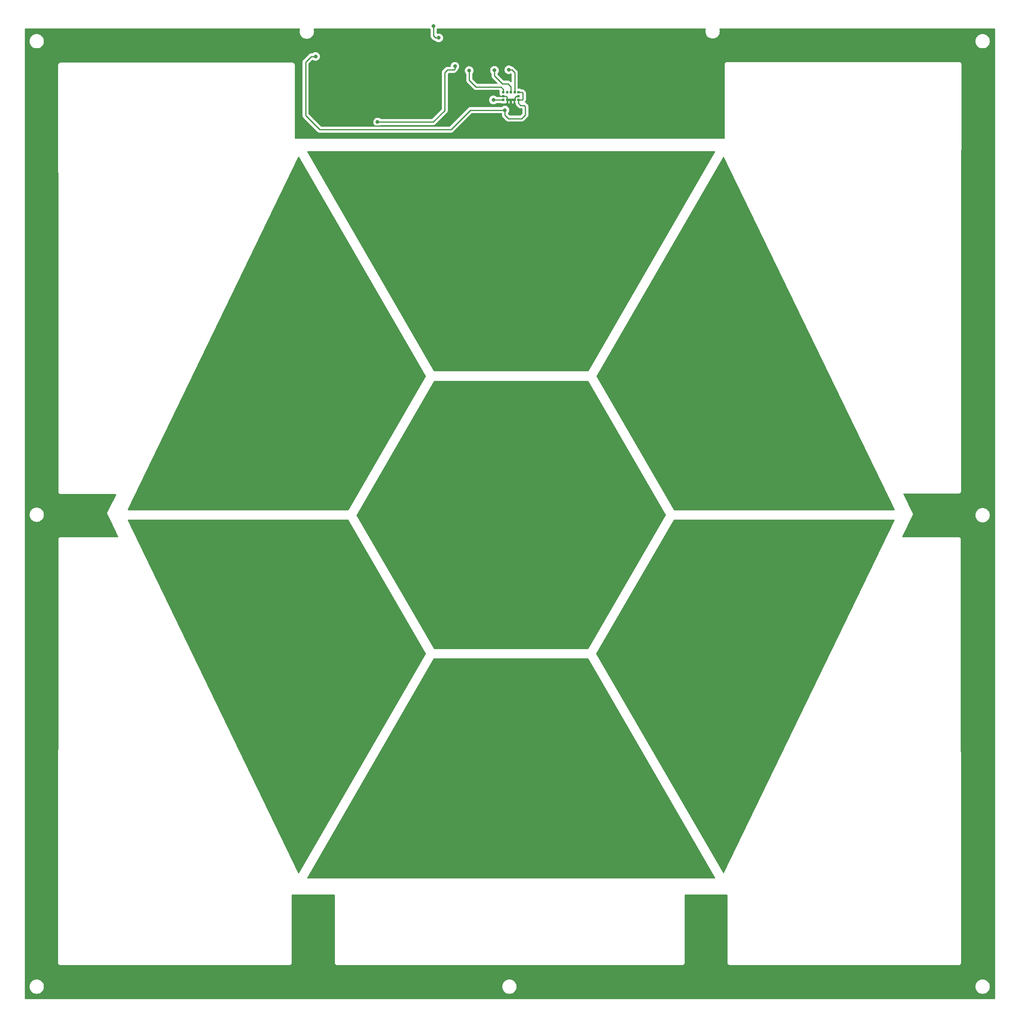
<source format=gtl>
%TF.GenerationSoftware,KiCad,Pcbnew,6.0.11+dfsg-1*%
%TF.CreationDate,2024-04-05T16:29:55+02:00*%
%TF.ProjectId,hexapad,68657861-7061-4642-9e6b-696361645f70,rev?*%
%TF.SameCoordinates,Original*%
%TF.FileFunction,Copper,L1,Top*%
%TF.FilePolarity,Positive*%
%FSLAX46Y46*%
G04 Gerber Fmt 4.6, Leading zero omitted, Abs format (unit mm)*
G04 Created by KiCad (PCBNEW 6.0.11+dfsg-1) date 2024-04-05 16:29:55*
%MOMM*%
%LPD*%
G01*
G04 APERTURE LIST*
%TA.AperFunction,SMDPad,CuDef*%
%ADD10R,0.500000X0.500000*%
%TD*%
%TA.AperFunction,ViaPad*%
%ADD11C,0.800000*%
%TD*%
%TA.AperFunction,Conductor*%
%ADD12C,0.250000*%
%TD*%
G04 APERTURE END LIST*
D10*
X173064500Y-52260000D03*
X172264500Y-52260000D03*
X171464500Y-52260000D03*
X170664500Y-52260000D03*
X169864500Y-52260000D03*
X169864500Y-51460000D03*
X169864500Y-50660000D03*
X170664500Y-50660000D03*
X171464500Y-50660000D03*
X172264500Y-50660000D03*
X173064500Y-50660000D03*
X173064500Y-51460000D03*
D11*
X160250000Y-47410000D03*
X172226500Y-53389500D03*
X133195510Y-40540490D03*
X130189510Y-43080490D03*
X170194500Y-54405500D03*
X159640000Y-45170000D03*
X143290000Y-56940000D03*
X167768000Y-52260000D03*
X171027000Y-45887000D03*
X167990000Y-46010000D03*
X162646000Y-46050000D03*
X155130000Y-36680000D03*
X156210000Y-39150000D03*
X120522228Y-148096649D03*
X143872228Y-139916649D03*
X135112228Y-80436649D03*
X135592228Y-64666649D03*
X205952228Y-89276649D03*
X206902228Y-147056649D03*
X204402228Y-208826649D03*
D12*
X160478500Y-50341500D02*
X161821500Y-50341500D01*
X161821500Y-50341500D02*
X167450000Y-50341500D01*
X133195510Y-40540490D02*
X132433510Y-40540490D01*
X170429000Y-51460000D02*
X170664500Y-51695500D01*
X172264500Y-51795500D02*
X172600000Y-51460000D01*
X170664500Y-51695500D02*
X170664500Y-52260000D01*
X169864500Y-51460000D02*
X170429000Y-51460000D01*
X170664500Y-53097500D02*
X170956500Y-53389500D01*
X172600000Y-51460000D02*
X173064500Y-51460000D01*
X170664500Y-52260000D02*
X170664500Y-53097500D01*
X132433510Y-40540490D02*
X131826000Y-41148000D01*
X168568500Y-51460000D02*
X169864500Y-51460000D01*
X160250000Y-50014000D02*
X160577500Y-50341500D01*
X131826000Y-41148000D02*
X131826000Y-55966000D01*
X160250000Y-47410000D02*
X160250000Y-50014000D01*
X167450000Y-50341500D02*
X168568500Y-51460000D01*
X133630000Y-57770000D02*
X156534000Y-57770000D01*
X160274000Y-54030000D02*
X160274000Y-50546000D01*
X170956500Y-53389500D02*
X172226500Y-53389500D01*
X131826000Y-55966000D02*
X133630000Y-57770000D01*
X160274000Y-50546000D02*
X160478500Y-50341500D01*
X156534000Y-57770000D02*
X160274000Y-54030000D01*
X172264500Y-52260000D02*
X172264500Y-51795500D01*
X171464500Y-52260000D02*
X172264500Y-52260000D01*
X170664500Y-52260000D02*
X171464500Y-52260000D01*
X160577500Y-50341500D02*
X161821500Y-50341500D01*
X173900000Y-52260000D02*
X174014500Y-52145500D01*
X158790000Y-58540000D02*
X162924500Y-54405500D01*
X174014500Y-50845500D02*
X174014500Y-52145500D01*
X131060000Y-58540000D02*
X158790000Y-58540000D01*
X174512500Y-53643500D02*
X174258500Y-53389500D01*
X170194500Y-55421500D02*
X170956500Y-56183500D01*
X173496500Y-53389500D02*
X173064500Y-52957500D01*
X174258500Y-53389500D02*
X173496500Y-53389500D01*
X173829000Y-50660000D02*
X174014500Y-50845500D01*
X174512500Y-55421500D02*
X174512500Y-53643500D01*
X173064500Y-52957500D02*
X173064500Y-52260000D01*
X169178500Y-54405500D02*
X170194500Y-54405500D01*
X130189510Y-43080490D02*
X129249510Y-43080490D01*
X170956500Y-56183500D02*
X173750500Y-56183500D01*
X128060000Y-55540000D02*
X131060000Y-58540000D01*
X162924500Y-54405500D02*
X169178500Y-54405500D01*
X129249510Y-43080490D02*
X128060000Y-44270000D01*
X128060000Y-44270000D02*
X128060000Y-55540000D01*
X170194500Y-54405500D02*
X170194500Y-55421500D01*
X173064500Y-50660000D02*
X173829000Y-50660000D01*
X173750500Y-56183500D02*
X174512500Y-55421500D01*
X173064500Y-52260000D02*
X173900000Y-52260000D01*
X157480000Y-54490000D02*
X157480000Y-46510000D01*
X143290000Y-56940000D02*
X155030000Y-56940000D01*
X155030000Y-56940000D02*
X157480000Y-54490000D01*
X159380000Y-45920000D02*
X159640000Y-45660000D01*
X159640000Y-45660000D02*
X159640000Y-45170000D01*
X157480000Y-46510000D02*
X158070000Y-45920000D01*
X158070000Y-45920000D02*
X159380000Y-45920000D01*
X167768000Y-52260000D02*
X169864500Y-52260000D01*
X172264500Y-46494500D02*
X172264500Y-50660000D01*
X171657000Y-45887000D02*
X172264500Y-46494500D01*
X171027000Y-45887000D02*
X171657000Y-45887000D01*
X171464500Y-49444500D02*
X171464500Y-50660000D01*
X170860000Y-48840000D02*
X171464500Y-49444500D01*
X167990000Y-46010000D02*
X167990000Y-47160000D01*
X167990000Y-47160000D02*
X169670000Y-48840000D01*
X169670000Y-48840000D02*
X170860000Y-48840000D01*
X169376500Y-49523500D02*
X169864500Y-50011500D01*
X162646000Y-46050000D02*
X162646000Y-48076000D01*
X162646000Y-48076000D02*
X164093500Y-49523500D01*
X164093500Y-49523500D02*
X169376500Y-49523500D01*
X169864500Y-50011500D02*
X169864500Y-50660000D01*
X155130000Y-38730000D02*
X155430000Y-39030000D01*
X155130000Y-36680000D02*
X155130000Y-38730000D01*
X156210000Y-39150000D02*
X156220000Y-39150000D01*
X155430000Y-39030000D02*
X155550000Y-39150000D01*
X155550000Y-39150000D02*
X156210000Y-39150000D01*
%TA.AperFunction,Conductor*%
G36*
X126700383Y-64264310D02*
G01*
X126738976Y-64305665D01*
X126743724Y-64313871D01*
X153483469Y-110536851D01*
X153500266Y-110605832D01*
X153483421Y-110663121D01*
X137203410Y-138756068D01*
X137156407Y-138837176D01*
X137104946Y-138886086D01*
X137047390Y-138900000D01*
X90620959Y-138900000D01*
X90552838Y-138879998D01*
X90506345Y-138826342D01*
X90496241Y-138756068D01*
X90507543Y-138719111D01*
X126516496Y-64313871D01*
X126564175Y-64261267D01*
X126632726Y-64242791D01*
X126700383Y-64264310D01*
G37*
%TD.AperFunction*%
%TA.AperFunction,Conductor*%
G36*
X187815511Y-111620002D02*
G01*
X187856407Y-111662824D01*
X204183389Y-139836824D01*
X204200239Y-139905792D01*
X204183389Y-139963176D01*
X187856407Y-168137176D01*
X187804946Y-168186086D01*
X187747390Y-168200000D01*
X155292482Y-168200000D01*
X155224361Y-168179998D01*
X155183562Y-168137344D01*
X150846741Y-160680129D01*
X138856708Y-140063119D01*
X138839752Y-139994178D01*
X138856514Y-139936768D01*
X155183625Y-111662991D01*
X155235012Y-111614002D01*
X155292739Y-111600000D01*
X187747390Y-111600000D01*
X187815511Y-111620002D01*
G37*
%TD.AperFunction*%
%TA.AperFunction,Conductor*%
G36*
X252487162Y-140920002D02*
G01*
X252533655Y-140973658D01*
X252543759Y-141043932D01*
X252532457Y-141080889D01*
X216523303Y-215486545D01*
X216475624Y-215539149D01*
X216407073Y-215557625D01*
X216339416Y-215536106D01*
X216300924Y-215494925D01*
X189456813Y-169263400D01*
X189439904Y-169194446D01*
X189456926Y-169136667D01*
X205836082Y-141043932D01*
X205883539Y-140962536D01*
X205935130Y-140913762D01*
X205992389Y-140900000D01*
X252419041Y-140900000D01*
X252487162Y-140920002D01*
G37*
%TD.AperFunction*%
%TA.AperFunction,Conductor*%
G36*
X273717108Y-37195009D02*
G01*
X273763607Y-37248659D01*
X273775000Y-37301015D01*
X273775000Y-241999000D01*
X273754998Y-242067121D01*
X273701342Y-242113614D01*
X273649000Y-242125000D01*
X68876000Y-242125000D01*
X68807879Y-242104998D01*
X68761386Y-242051342D01*
X68750000Y-241999000D01*
X68750000Y-239500000D01*
X69736835Y-239500000D01*
X69755465Y-239736711D01*
X69756619Y-239741518D01*
X69756620Y-239741524D01*
X69786601Y-239866401D01*
X69810895Y-239967594D01*
X69901760Y-240186963D01*
X69904346Y-240191183D01*
X70023241Y-240385202D01*
X70023245Y-240385208D01*
X70025824Y-240389416D01*
X70180031Y-240569969D01*
X70360584Y-240724176D01*
X70364792Y-240726755D01*
X70364798Y-240726759D01*
X70558817Y-240845654D01*
X70563037Y-240848240D01*
X70567607Y-240850133D01*
X70567611Y-240850135D01*
X70777833Y-240937211D01*
X70782406Y-240939105D01*
X70862609Y-240958360D01*
X71008476Y-240993380D01*
X71008482Y-240993381D01*
X71013289Y-240994535D01*
X71250000Y-241013165D01*
X71486711Y-240994535D01*
X71491518Y-240993381D01*
X71491524Y-240993380D01*
X71637391Y-240958360D01*
X71717594Y-240939105D01*
X71722167Y-240937211D01*
X71932389Y-240850135D01*
X71932393Y-240850133D01*
X71936963Y-240848240D01*
X71941183Y-240845654D01*
X72135202Y-240726759D01*
X72135208Y-240726755D01*
X72139416Y-240724176D01*
X72319969Y-240569969D01*
X72474176Y-240389416D01*
X72476755Y-240385208D01*
X72476759Y-240385202D01*
X72595654Y-240191183D01*
X72598240Y-240186963D01*
X72689105Y-239967594D01*
X72713399Y-239866401D01*
X72743380Y-239741524D01*
X72743381Y-239741518D01*
X72744535Y-239736711D01*
X72763165Y-239500000D01*
X169636835Y-239500000D01*
X169655465Y-239736711D01*
X169656619Y-239741518D01*
X169656620Y-239741524D01*
X169686601Y-239866401D01*
X169710895Y-239967594D01*
X169801760Y-240186963D01*
X169804346Y-240191183D01*
X169923241Y-240385202D01*
X169923245Y-240385208D01*
X169925824Y-240389416D01*
X170080031Y-240569969D01*
X170260584Y-240724176D01*
X170264792Y-240726755D01*
X170264798Y-240726759D01*
X170458817Y-240845654D01*
X170463037Y-240848240D01*
X170467607Y-240850133D01*
X170467611Y-240850135D01*
X170677833Y-240937211D01*
X170682406Y-240939105D01*
X170762609Y-240958360D01*
X170908476Y-240993380D01*
X170908482Y-240993381D01*
X170913289Y-240994535D01*
X171150000Y-241013165D01*
X171386711Y-240994535D01*
X171391518Y-240993381D01*
X171391524Y-240993380D01*
X171537391Y-240958360D01*
X171617594Y-240939105D01*
X171622167Y-240937211D01*
X171832389Y-240850135D01*
X171832393Y-240850133D01*
X171836963Y-240848240D01*
X171841183Y-240845654D01*
X172035202Y-240726759D01*
X172035208Y-240726755D01*
X172039416Y-240724176D01*
X172219969Y-240569969D01*
X172374176Y-240389416D01*
X172376755Y-240385208D01*
X172376759Y-240385202D01*
X172495654Y-240191183D01*
X172498240Y-240186963D01*
X172589105Y-239967594D01*
X172613399Y-239866401D01*
X172643380Y-239741524D01*
X172643381Y-239741518D01*
X172644535Y-239736711D01*
X172663165Y-239500000D01*
X269636835Y-239500000D01*
X269655465Y-239736711D01*
X269656619Y-239741518D01*
X269656620Y-239741524D01*
X269686601Y-239866401D01*
X269710895Y-239967594D01*
X269801760Y-240186963D01*
X269804346Y-240191183D01*
X269923241Y-240385202D01*
X269923245Y-240385208D01*
X269925824Y-240389416D01*
X270080031Y-240569969D01*
X270260584Y-240724176D01*
X270264792Y-240726755D01*
X270264798Y-240726759D01*
X270458817Y-240845654D01*
X270463037Y-240848240D01*
X270467607Y-240850133D01*
X270467611Y-240850135D01*
X270677833Y-240937211D01*
X270682406Y-240939105D01*
X270762609Y-240958360D01*
X270908476Y-240993380D01*
X270908482Y-240993381D01*
X270913289Y-240994535D01*
X271150000Y-241013165D01*
X271386711Y-240994535D01*
X271391518Y-240993381D01*
X271391524Y-240993380D01*
X271537391Y-240958360D01*
X271617594Y-240939105D01*
X271622167Y-240937211D01*
X271832389Y-240850135D01*
X271832393Y-240850133D01*
X271836963Y-240848240D01*
X271841183Y-240845654D01*
X272035202Y-240726759D01*
X272035208Y-240726755D01*
X272039416Y-240724176D01*
X272219969Y-240569969D01*
X272374176Y-240389416D01*
X272376755Y-240385208D01*
X272376759Y-240385202D01*
X272495654Y-240191183D01*
X272498240Y-240186963D01*
X272589105Y-239967594D01*
X272613399Y-239866401D01*
X272643380Y-239741524D01*
X272643381Y-239741518D01*
X272644535Y-239736711D01*
X272663165Y-239500000D01*
X272644535Y-239263289D01*
X272636581Y-239230155D01*
X272590260Y-239037218D01*
X272589105Y-239032406D01*
X272498240Y-238813037D01*
X272495654Y-238808817D01*
X272376759Y-238614798D01*
X272376755Y-238614792D01*
X272374176Y-238610584D01*
X272219969Y-238430031D01*
X272039416Y-238275824D01*
X272035208Y-238273245D01*
X272035202Y-238273241D01*
X271841183Y-238154346D01*
X271836963Y-238151760D01*
X271832393Y-238149867D01*
X271832389Y-238149865D01*
X271622167Y-238062789D01*
X271622165Y-238062788D01*
X271617594Y-238060895D01*
X271537391Y-238041640D01*
X271391524Y-238006620D01*
X271391518Y-238006619D01*
X271386711Y-238005465D01*
X271150000Y-237986835D01*
X270913289Y-238005465D01*
X270908482Y-238006619D01*
X270908476Y-238006620D01*
X270762609Y-238041640D01*
X270682406Y-238060895D01*
X270677835Y-238062788D01*
X270677833Y-238062789D01*
X270467611Y-238149865D01*
X270467607Y-238149867D01*
X270463037Y-238151760D01*
X270458817Y-238154346D01*
X270264798Y-238273241D01*
X270264792Y-238273245D01*
X270260584Y-238275824D01*
X270080031Y-238430031D01*
X269925824Y-238610584D01*
X269923245Y-238614792D01*
X269923241Y-238614798D01*
X269804346Y-238808817D01*
X269801760Y-238813037D01*
X269710895Y-239032406D01*
X269709740Y-239037218D01*
X269663420Y-239230155D01*
X269655465Y-239263289D01*
X269637308Y-239493995D01*
X269636835Y-239500000D01*
X172663165Y-239500000D01*
X172644535Y-239263289D01*
X172636581Y-239230155D01*
X172590260Y-239037218D01*
X172589105Y-239032406D01*
X172498240Y-238813037D01*
X172495654Y-238808817D01*
X172376759Y-238614798D01*
X172376755Y-238614792D01*
X172374176Y-238610584D01*
X172219969Y-238430031D01*
X172039416Y-238275824D01*
X172035208Y-238273245D01*
X172035202Y-238273241D01*
X171841183Y-238154346D01*
X171836963Y-238151760D01*
X171832393Y-238149867D01*
X171832389Y-238149865D01*
X171622167Y-238062789D01*
X171622165Y-238062788D01*
X171617594Y-238060895D01*
X171537391Y-238041640D01*
X171391524Y-238006620D01*
X171391518Y-238006619D01*
X171386711Y-238005465D01*
X171150000Y-237986835D01*
X170913289Y-238005465D01*
X170908482Y-238006619D01*
X170908476Y-238006620D01*
X170762609Y-238041640D01*
X170682406Y-238060895D01*
X170677835Y-238062788D01*
X170677833Y-238062789D01*
X170467611Y-238149865D01*
X170467607Y-238149867D01*
X170463037Y-238151760D01*
X170458817Y-238154346D01*
X170264798Y-238273241D01*
X170264792Y-238273245D01*
X170260584Y-238275824D01*
X170080031Y-238430031D01*
X169925824Y-238610584D01*
X169923245Y-238614792D01*
X169923241Y-238614798D01*
X169804346Y-238808817D01*
X169801760Y-238813037D01*
X169710895Y-239032406D01*
X169709740Y-239037218D01*
X169663420Y-239230155D01*
X169655465Y-239263289D01*
X169637308Y-239493995D01*
X169636835Y-239500000D01*
X72763165Y-239500000D01*
X72744535Y-239263289D01*
X72736581Y-239230155D01*
X72690260Y-239037218D01*
X72689105Y-239032406D01*
X72598240Y-238813037D01*
X72595654Y-238808817D01*
X72476759Y-238614798D01*
X72476755Y-238614792D01*
X72474176Y-238610584D01*
X72319969Y-238430031D01*
X72139416Y-238275824D01*
X72135208Y-238273245D01*
X72135202Y-238273241D01*
X71941183Y-238154346D01*
X71936963Y-238151760D01*
X71932393Y-238149867D01*
X71932389Y-238149865D01*
X71722167Y-238062789D01*
X71722165Y-238062788D01*
X71717594Y-238060895D01*
X71637391Y-238041640D01*
X71491524Y-238006620D01*
X71491518Y-238006619D01*
X71486711Y-238005465D01*
X71250000Y-237986835D01*
X71013289Y-238005465D01*
X71008482Y-238006619D01*
X71008476Y-238006620D01*
X70862609Y-238041640D01*
X70782406Y-238060895D01*
X70777835Y-238062788D01*
X70777833Y-238062789D01*
X70567611Y-238149865D01*
X70567607Y-238149867D01*
X70563037Y-238151760D01*
X70558817Y-238154346D01*
X70364798Y-238273241D01*
X70364792Y-238273245D01*
X70360584Y-238275824D01*
X70180031Y-238430031D01*
X70025824Y-238610584D01*
X70023245Y-238614792D01*
X70023241Y-238614798D01*
X69904346Y-238808817D01*
X69901760Y-238813037D01*
X69810895Y-239032406D01*
X69809740Y-239037218D01*
X69763420Y-239230155D01*
X69755465Y-239263289D01*
X69737308Y-239493995D01*
X69736835Y-239500000D01*
X68750000Y-239500000D01*
X68750000Y-234515679D01*
X75770018Y-234515679D01*
X75772484Y-234524309D01*
X75772485Y-234524317D01*
X75778099Y-234543964D01*
X75781686Y-234560789D01*
X75785839Y-234589911D01*
X75796522Y-234613441D01*
X75802941Y-234630907D01*
X75803234Y-234631931D01*
X75805791Y-234640880D01*
X75810034Y-234655732D01*
X75822024Y-234674738D01*
X75825726Y-234680607D01*
X75833886Y-234695742D01*
X75842342Y-234714366D01*
X75846053Y-234722540D01*
X75851907Y-234729341D01*
X75851909Y-234729345D01*
X75862902Y-234742118D01*
X75873968Y-234757083D01*
X75882959Y-234771336D01*
X75882963Y-234771341D01*
X75887748Y-234778926D01*
X75894470Y-234784864D01*
X75894472Y-234784866D01*
X75899040Y-234788901D01*
X75904330Y-234793573D01*
X75909800Y-234798405D01*
X75921879Y-234810641D01*
X75941070Y-234832938D01*
X75948595Y-234837822D01*
X75948598Y-234837824D01*
X75953838Y-234841224D01*
X75961218Y-234846013D01*
X75962734Y-234846997D01*
X75977558Y-234858256D01*
X75996915Y-234875355D01*
X76013606Y-234883193D01*
X76023546Y-234887861D01*
X76038576Y-234896216D01*
X76063254Y-234912231D01*
X76071850Y-234914807D01*
X76087996Y-234919646D01*
X76105383Y-234926292D01*
X76128759Y-234937269D01*
X76137630Y-234938651D01*
X76137633Y-234938652D01*
X76157830Y-234941798D01*
X76174597Y-234945597D01*
X76202782Y-234954043D01*
X76211755Y-234954103D01*
X76212859Y-234954110D01*
X76237253Y-234954273D01*
X76238147Y-234954311D01*
X76239344Y-234954497D01*
X76267838Y-234954500D01*
X76270825Y-234954500D01*
X76271653Y-234954503D01*
X76344231Y-234954987D01*
X76344232Y-234954987D01*
X76348436Y-234955015D01*
X76349879Y-234954603D01*
X76351312Y-234954506D01*
X110785766Y-234957355D01*
X124616266Y-234958499D01*
X124617026Y-234958501D01*
X124632774Y-234958597D01*
X124694721Y-234958976D01*
X124723130Y-234950857D01*
X124739893Y-234947279D01*
X124760259Y-234944364D01*
X124769146Y-234943092D01*
X124792552Y-234932452D01*
X124810055Y-234926013D01*
X124834771Y-234918949D01*
X124842368Y-234914156D01*
X124859754Y-234903186D01*
X124874844Y-234895045D01*
X124893575Y-234886530D01*
X124893578Y-234886528D01*
X124901746Y-234882815D01*
X124908542Y-234876960D01*
X124908544Y-234876959D01*
X124921220Y-234866038D01*
X124936219Y-234854941D01*
X124957958Y-234841224D01*
X124967600Y-234830307D01*
X124977513Y-234819082D01*
X124989716Y-234807029D01*
X125005296Y-234793607D01*
X125005300Y-234793602D01*
X125012099Y-234787745D01*
X125016979Y-234780217D01*
X125016982Y-234780214D01*
X125026080Y-234766179D01*
X125037367Y-234751310D01*
X125038355Y-234750192D01*
X125054378Y-234732049D01*
X125066933Y-234705308D01*
X125075259Y-234690321D01*
X125086451Y-234673057D01*
X125086453Y-234673054D01*
X125091334Y-234665524D01*
X125093918Y-234656887D01*
X125098704Y-234640892D01*
X125105360Y-234623463D01*
X125112466Y-234608326D01*
X125112467Y-234608324D01*
X125116281Y-234600200D01*
X125120826Y-234571011D01*
X125124609Y-234554291D01*
X125133080Y-234525976D01*
X125133293Y-234491525D01*
X125133327Y-234490727D01*
X125133500Y-234489614D01*
X125133500Y-234458611D01*
X125133502Y-234457831D01*
X125133957Y-234384304D01*
X125133982Y-234380321D01*
X125133593Y-234378959D01*
X125133500Y-234377595D01*
X125133500Y-220201000D01*
X125153502Y-220132879D01*
X125207158Y-220086386D01*
X125259500Y-220075000D01*
X134123500Y-220075000D01*
X134191621Y-220095002D01*
X134238114Y-220148658D01*
X134249500Y-220201000D01*
X134249500Y-234441377D01*
X134249498Y-234442147D01*
X134249024Y-234519721D01*
X134251491Y-234528352D01*
X134257150Y-234548153D01*
X134260728Y-234564915D01*
X134264920Y-234594187D01*
X134268634Y-234602355D01*
X134268634Y-234602356D01*
X134275548Y-234617562D01*
X134281996Y-234635086D01*
X134289051Y-234659771D01*
X134293843Y-234667365D01*
X134293844Y-234667368D01*
X134304830Y-234684780D01*
X134312969Y-234699863D01*
X134325208Y-234726782D01*
X134331069Y-234733584D01*
X134333309Y-234736184D01*
X134338423Y-234742118D01*
X134341970Y-234746235D01*
X134353073Y-234761239D01*
X134366776Y-234782958D01*
X134373501Y-234788897D01*
X134373504Y-234788901D01*
X134388938Y-234802532D01*
X134400982Y-234814724D01*
X134414427Y-234830327D01*
X134414430Y-234830329D01*
X134420287Y-234837127D01*
X134427816Y-234842007D01*
X134427817Y-234842008D01*
X134441835Y-234851094D01*
X134456709Y-234862385D01*
X134465937Y-234870534D01*
X134475951Y-234879378D01*
X134502711Y-234891942D01*
X134517691Y-234900263D01*
X134534983Y-234911471D01*
X134534988Y-234911473D01*
X134542515Y-234916352D01*
X134551108Y-234918922D01*
X134551113Y-234918924D01*
X134567120Y-234923711D01*
X134584564Y-234930372D01*
X134599676Y-234937467D01*
X134599678Y-234937468D01*
X134607800Y-234941281D01*
X134616667Y-234942662D01*
X134616668Y-234942662D01*
X134626310Y-234944163D01*
X134637017Y-234945830D01*
X134653732Y-234949613D01*
X134673466Y-234955515D01*
X134673472Y-234955516D01*
X134682066Y-234958086D01*
X134691037Y-234958141D01*
X134691038Y-234958141D01*
X134701097Y-234958202D01*
X134716506Y-234958296D01*
X134717289Y-234958329D01*
X134718386Y-234958500D01*
X134749377Y-234958500D01*
X134750147Y-234958502D01*
X134823785Y-234958952D01*
X134823786Y-234958952D01*
X134827721Y-234958976D01*
X134829065Y-234958592D01*
X134830410Y-234958500D01*
X207641377Y-234958500D01*
X207642148Y-234958502D01*
X207719721Y-234958976D01*
X207742502Y-234952465D01*
X207748153Y-234950850D01*
X207764915Y-234947272D01*
X207767631Y-234946883D01*
X207794187Y-234943080D01*
X207817564Y-234932451D01*
X207835087Y-234926004D01*
X207859771Y-234918949D01*
X207867365Y-234914157D01*
X207867368Y-234914156D01*
X207884780Y-234903170D01*
X207899865Y-234895030D01*
X207926782Y-234882792D01*
X207946235Y-234866030D01*
X207961239Y-234854927D01*
X207982958Y-234841224D01*
X207988897Y-234834499D01*
X207988901Y-234834496D01*
X208002532Y-234819062D01*
X208014724Y-234807018D01*
X208030327Y-234793573D01*
X208030329Y-234793570D01*
X208037127Y-234787713D01*
X208051094Y-234766165D01*
X208062385Y-234751291D01*
X208073431Y-234738783D01*
X208073432Y-234738782D01*
X208079378Y-234732049D01*
X208091943Y-234705287D01*
X208100263Y-234690309D01*
X208111471Y-234673017D01*
X208111473Y-234673012D01*
X208116352Y-234665485D01*
X208118922Y-234656892D01*
X208118924Y-234656887D01*
X208123711Y-234640880D01*
X208130372Y-234623436D01*
X208137467Y-234608324D01*
X208137468Y-234608322D01*
X208141281Y-234600200D01*
X208145830Y-234570983D01*
X208149613Y-234554268D01*
X208155515Y-234534534D01*
X208155516Y-234534528D01*
X208158086Y-234525934D01*
X208158296Y-234491494D01*
X208158329Y-234490711D01*
X208158500Y-234489614D01*
X208158500Y-234458611D01*
X208158502Y-234457853D01*
X208158952Y-234384215D01*
X208158952Y-234384214D01*
X208158976Y-234380279D01*
X208158592Y-234378935D01*
X208158500Y-234377590D01*
X208158500Y-220201000D01*
X208178502Y-220132879D01*
X208232158Y-220086386D01*
X208284500Y-220075000D01*
X217090500Y-220075000D01*
X217158621Y-220095002D01*
X217205114Y-220148658D01*
X217216500Y-220201000D01*
X217216500Y-234416799D01*
X217216497Y-234417622D01*
X217215994Y-234494500D01*
X217218458Y-234503135D01*
X217218458Y-234503136D01*
X217224145Y-234523067D01*
X217227708Y-234539776D01*
X217231920Y-234569187D01*
X217235638Y-234577364D01*
X217242490Y-234592433D01*
X217248952Y-234610006D01*
X217255960Y-234634567D01*
X217260745Y-234642158D01*
X217271802Y-234659699D01*
X217279912Y-234674738D01*
X217288439Y-234693492D01*
X217292208Y-234701782D01*
X217298065Y-234708580D01*
X217298066Y-234708581D01*
X217308874Y-234721124D01*
X217320012Y-234736184D01*
X217328842Y-234750192D01*
X217328845Y-234750196D01*
X217333631Y-234757788D01*
X217355895Y-234777468D01*
X217367897Y-234789624D01*
X217387287Y-234812127D01*
X217394822Y-234817011D01*
X217408715Y-234826016D01*
X217423632Y-234837343D01*
X217442765Y-234854256D01*
X217450888Y-234858074D01*
X217450894Y-234858078D01*
X217469649Y-234866893D01*
X217484581Y-234875190D01*
X217509515Y-234891352D01*
X217518113Y-234893923D01*
X217518121Y-234893927D01*
X217533989Y-234898672D01*
X217551483Y-234905356D01*
X217574587Y-234916216D01*
X217583457Y-234917601D01*
X217603939Y-234920799D01*
X217620603Y-234924573D01*
X217649066Y-234933086D01*
X217658040Y-234933141D01*
X217658042Y-234933141D01*
X217683454Y-234933296D01*
X217684158Y-234933326D01*
X217685165Y-234933483D01*
X217701280Y-234933490D01*
X217715826Y-234933496D01*
X217716543Y-234933498D01*
X217739988Y-234933641D01*
X217794721Y-234933976D01*
X217795979Y-234933616D01*
X217797228Y-234933531D01*
X254300127Y-234949379D01*
X266086330Y-234954496D01*
X266086975Y-234954498D01*
X266124691Y-234954707D01*
X266166006Y-234954937D01*
X266174635Y-234952465D01*
X266174639Y-234952465D01*
X266194129Y-234946883D01*
X266211011Y-234943278D01*
X266231085Y-234940412D01*
X266239973Y-234939143D01*
X266251351Y-234933976D01*
X266263639Y-234928395D01*
X266281048Y-234921988D01*
X266289225Y-234919646D01*
X266306033Y-234914832D01*
X266330771Y-234899204D01*
X266345957Y-234891010D01*
X266364418Y-234882626D01*
X266364420Y-234882625D01*
X266372595Y-234878912D01*
X266392292Y-234861955D01*
X266407201Y-234850921D01*
X266421593Y-234841829D01*
X266429177Y-234837038D01*
X266435115Y-234830307D01*
X266448530Y-234815101D01*
X266460812Y-234802966D01*
X266461317Y-234802532D01*
X266482981Y-234783881D01*
X266487865Y-234776354D01*
X266487867Y-234776351D01*
X266497130Y-234762074D01*
X266508342Y-234747301D01*
X266519598Y-234734542D01*
X266519603Y-234734535D01*
X266525536Y-234727809D01*
X266537950Y-234701329D01*
X266546333Y-234686234D01*
X266549984Y-234680607D01*
X266562259Y-234661687D01*
X266564835Y-234653088D01*
X266564836Y-234653085D01*
X266569717Y-234636788D01*
X266576334Y-234619454D01*
X266583556Y-234604049D01*
X266587365Y-234595925D01*
X266591849Y-234567019D01*
X266595657Y-234550185D01*
X266604053Y-234522155D01*
X266604178Y-234503136D01*
X266604279Y-234487632D01*
X266604321Y-234486622D01*
X266604522Y-234485329D01*
X266604504Y-234453633D01*
X266604507Y-234452793D01*
X266604614Y-234436563D01*
X266604956Y-234384304D01*
X266604978Y-234380999D01*
X266604978Y-234380993D01*
X266605007Y-234376500D01*
X266604564Y-234374949D01*
X266604459Y-234373407D01*
X266604218Y-233941500D01*
X266554504Y-145107935D01*
X266554506Y-145107184D01*
X266554921Y-145039254D01*
X266554976Y-145030279D01*
X266546802Y-145001679D01*
X266543234Y-144984986D01*
X266540278Y-144964429D01*
X266540277Y-144964425D01*
X266538999Y-144955537D01*
X266535278Y-144947364D01*
X266528433Y-144932331D01*
X266521958Y-144914748D01*
X266517418Y-144898864D01*
X266517415Y-144898858D01*
X266514949Y-144890229D01*
X266499073Y-144865066D01*
X266490970Y-144850058D01*
X266482357Y-144831144D01*
X266482355Y-144831141D01*
X266478637Y-144822976D01*
X266461976Y-144803661D01*
X266450834Y-144788612D01*
X266437224Y-144767042D01*
X266414918Y-144747342D01*
X266402933Y-144735216D01*
X266383496Y-144712684D01*
X266362087Y-144698824D01*
X266347163Y-144687502D01*
X266334778Y-144676564D01*
X266334775Y-144676562D01*
X266328049Y-144670622D01*
X266301121Y-144657980D01*
X266286203Y-144649698D01*
X266268759Y-144638405D01*
X266261224Y-144633527D01*
X266236788Y-144626234D01*
X266219271Y-144619551D01*
X266204324Y-144612533D01*
X266204322Y-144612533D01*
X266196200Y-144608719D01*
X266187333Y-144607338D01*
X266187332Y-144607338D01*
X266166806Y-144604142D01*
X266150158Y-144600380D01*
X266146010Y-144599142D01*
X266121650Y-144591872D01*
X266112679Y-144591822D01*
X266112678Y-144591822D01*
X266099263Y-144591748D01*
X266087276Y-144591681D01*
X266086595Y-144591653D01*
X266085614Y-144591500D01*
X266055013Y-144591500D01*
X266054313Y-144591498D01*
X265979621Y-144591083D01*
X265979619Y-144591083D01*
X265975994Y-144591063D01*
X265974762Y-144591416D01*
X265973531Y-144591500D01*
X254304544Y-144591500D01*
X254236423Y-144571498D01*
X254189930Y-144517842D01*
X254179826Y-144447568D01*
X254191053Y-144410766D01*
X256342374Y-139950000D01*
X269636835Y-139950000D01*
X269637223Y-139954930D01*
X269637223Y-139954933D01*
X269637780Y-139962008D01*
X269655465Y-140186711D01*
X269656619Y-140191518D01*
X269656620Y-140191524D01*
X269685732Y-140312782D01*
X269710895Y-140417594D01*
X269712788Y-140422165D01*
X269712789Y-140422167D01*
X269784592Y-140595515D01*
X269801760Y-140636963D01*
X269804346Y-140641183D01*
X269923241Y-140835202D01*
X269923245Y-140835208D01*
X269925824Y-140839416D01*
X270080031Y-141019969D01*
X270260584Y-141174176D01*
X270264792Y-141176755D01*
X270264798Y-141176759D01*
X270445039Y-141287211D01*
X270463037Y-141298240D01*
X270467607Y-141300133D01*
X270467611Y-141300135D01*
X270677833Y-141387211D01*
X270682406Y-141389105D01*
X270762609Y-141408360D01*
X270908476Y-141443380D01*
X270908482Y-141443381D01*
X270913289Y-141444535D01*
X271150000Y-141463165D01*
X271386711Y-141444535D01*
X271391518Y-141443381D01*
X271391524Y-141443380D01*
X271537391Y-141408360D01*
X271617594Y-141389105D01*
X271622167Y-141387211D01*
X271832389Y-141300135D01*
X271832393Y-141300133D01*
X271836963Y-141298240D01*
X271854961Y-141287211D01*
X272035202Y-141176759D01*
X272035208Y-141176755D01*
X272039416Y-141174176D01*
X272219969Y-141019969D01*
X272374176Y-140839416D01*
X272376755Y-140835208D01*
X272376759Y-140835202D01*
X272495654Y-140641183D01*
X272498240Y-140636963D01*
X272515409Y-140595515D01*
X272587211Y-140422167D01*
X272587212Y-140422165D01*
X272589105Y-140417594D01*
X272614268Y-140312782D01*
X272643380Y-140191524D01*
X272643381Y-140191518D01*
X272644535Y-140186711D01*
X272663165Y-139950000D01*
X272644535Y-139713289D01*
X272636581Y-139680155D01*
X272590260Y-139487218D01*
X272589105Y-139482406D01*
X272570831Y-139438289D01*
X272500135Y-139267611D01*
X272500133Y-139267607D01*
X272498240Y-139263037D01*
X272413976Y-139125531D01*
X272376759Y-139064798D01*
X272376755Y-139064792D01*
X272374176Y-139060584D01*
X272219969Y-138880031D01*
X272039416Y-138725824D01*
X272035208Y-138723245D01*
X272035202Y-138723241D01*
X271841183Y-138604346D01*
X271836963Y-138601760D01*
X271832393Y-138599867D01*
X271832389Y-138599865D01*
X271622167Y-138512789D01*
X271622165Y-138512788D01*
X271617594Y-138510895D01*
X271537391Y-138491640D01*
X271391524Y-138456620D01*
X271391518Y-138456619D01*
X271386711Y-138455465D01*
X271150000Y-138436835D01*
X270913289Y-138455465D01*
X270908482Y-138456619D01*
X270908476Y-138456620D01*
X270762609Y-138491640D01*
X270682406Y-138510895D01*
X270677835Y-138512788D01*
X270677833Y-138512789D01*
X270467611Y-138599865D01*
X270467607Y-138599867D01*
X270463037Y-138601760D01*
X270458817Y-138604346D01*
X270264798Y-138723241D01*
X270264792Y-138723245D01*
X270260584Y-138725824D01*
X270080031Y-138880031D01*
X269925824Y-139060584D01*
X269923245Y-139064792D01*
X269923241Y-139064798D01*
X269886024Y-139125531D01*
X269801760Y-139263037D01*
X269799867Y-139267607D01*
X269799865Y-139267611D01*
X269729169Y-139438289D01*
X269710895Y-139482406D01*
X269709740Y-139487218D01*
X269663420Y-139680155D01*
X269655465Y-139713289D01*
X269637308Y-139943995D01*
X269636835Y-139950000D01*
X256342374Y-139950000D01*
X256467131Y-139691317D01*
X256467131Y-139691316D01*
X256475000Y-139675000D01*
X254418850Y-135544446D01*
X254406399Y-135474551D01*
X254433714Y-135409019D01*
X254492122Y-135368658D01*
X254531602Y-135362299D01*
X266087797Y-135358446D01*
X266088598Y-135358449D01*
X266165018Y-135358958D01*
X266193734Y-135350768D01*
X266210365Y-135347219D01*
X266239931Y-135342975D01*
X266248102Y-135339257D01*
X266248104Y-135339256D01*
X266263048Y-135332455D01*
X266280680Y-135325970D01*
X266290518Y-135323164D01*
X266305090Y-135319008D01*
X266312679Y-135314226D01*
X266312685Y-135314223D01*
X266330342Y-135303096D01*
X266345324Y-135295014D01*
X266364333Y-135286363D01*
X266364336Y-135286361D01*
X266372506Y-135282643D01*
X266391742Y-135266057D01*
X266406839Y-135254889D01*
X266420724Y-135246139D01*
X266420725Y-135246138D01*
X266428320Y-135241352D01*
X266448090Y-135218991D01*
X266460206Y-135207025D01*
X266476020Y-135193390D01*
X266476023Y-135193387D01*
X266482819Y-135187527D01*
X266487697Y-135179995D01*
X266487701Y-135179991D01*
X266496626Y-135166211D01*
X266507983Y-135151251D01*
X266518855Y-135138955D01*
X266518857Y-135138951D01*
X266524800Y-135132230D01*
X266528618Y-135124109D01*
X266528621Y-135124105D01*
X266537501Y-135105218D01*
X266545771Y-135090333D01*
X266557121Y-135072810D01*
X266557122Y-135072808D01*
X266562003Y-135065272D01*
X266569272Y-135040935D01*
X266575975Y-135023389D01*
X266582959Y-135008536D01*
X266586777Y-135000416D01*
X266591385Y-134970926D01*
X266595145Y-134954318D01*
X266601122Y-134934308D01*
X266603691Y-134925708D01*
X266603889Y-134891352D01*
X266603914Y-134890751D01*
X266604057Y-134889839D01*
X266604074Y-134859736D01*
X266604076Y-134859080D01*
X266604512Y-134783491D01*
X266604532Y-134780052D01*
X266604199Y-134778886D01*
X266604119Y-134777718D01*
X266604362Y-134341613D01*
X266633838Y-81227767D01*
X266654039Y-44828879D01*
X266654110Y-44827909D01*
X266654082Y-44827909D01*
X266654240Y-44801843D01*
X266654336Y-44785907D01*
X266655023Y-44773523D01*
X266655060Y-44773175D01*
X266655060Y-44773174D01*
X266655528Y-44768713D01*
X266655359Y-44764231D01*
X266655359Y-44764223D01*
X266654697Y-44746697D01*
X266654609Y-44741181D01*
X266654912Y-44691230D01*
X266654912Y-44691227D01*
X266654966Y-44682253D01*
X266652533Y-44673741D01*
X266652414Y-44672379D01*
X266652064Y-44670187D01*
X266651756Y-44668865D01*
X266651422Y-44660018D01*
X266645109Y-44641110D01*
X266644841Y-44640307D01*
X266641343Y-44625499D01*
X266640007Y-44620922D01*
X266638739Y-44612030D01*
X266632206Y-44597640D01*
X266625795Y-44580201D01*
X266614933Y-44542205D01*
X266610209Y-44534719D01*
X266609712Y-44533442D01*
X266608766Y-44531447D01*
X266608097Y-44530261D01*
X266605291Y-44521858D01*
X266590139Y-44500028D01*
X266587287Y-44495003D01*
X266587070Y-44495141D01*
X266582235Y-44487572D01*
X266578525Y-44479401D01*
X266572531Y-44472437D01*
X266561483Y-44457499D01*
X266537203Y-44419021D01*
X266530566Y-44413159D01*
X266529728Y-44412071D01*
X266528270Y-44410432D01*
X266527288Y-44409475D01*
X266522238Y-44402199D01*
X266488885Y-44375251D01*
X266489565Y-44374410D01*
X266487045Y-44373113D01*
X266483507Y-44369003D01*
X266475981Y-44364119D01*
X266471864Y-44360523D01*
X266465421Y-44355630D01*
X266428024Y-44322605D01*
X266420015Y-44318845D01*
X266418907Y-44318037D01*
X266417033Y-44316864D01*
X266415825Y-44316223D01*
X266408939Y-44310659D01*
X266366032Y-44292767D01*
X266366286Y-44292157D01*
X266364547Y-44291804D01*
X266361323Y-44289711D01*
X266352730Y-44287136D01*
X266344580Y-44283364D01*
X266344588Y-44283347D01*
X266343570Y-44282958D01*
X266327146Y-44275248D01*
X266296173Y-44260708D01*
X266287428Y-44259347D01*
X266286134Y-44258881D01*
X266284032Y-44258288D01*
X266282680Y-44258009D01*
X266274502Y-44254599D01*
X266226286Y-44249245D01*
X266226345Y-44248717D01*
X266224925Y-44248837D01*
X266221795Y-44247899D01*
X266213680Y-44247845D01*
X266213496Y-44247825D01*
X266213214Y-44247694D01*
X266213199Y-44247792D01*
X266190393Y-44244241D01*
X266190388Y-44244241D01*
X266185586Y-44243493D01*
X266180720Y-44243493D01*
X266178858Y-44243349D01*
X266167559Y-44242723D01*
X266129734Y-44238523D01*
X266120894Y-44240076D01*
X266120888Y-44240076D01*
X266112235Y-44241596D01*
X266090443Y-44243496D01*
X219148987Y-44245414D01*
X217182579Y-44245494D01*
X217181610Y-44245490D01*
X217178497Y-44245466D01*
X217115082Y-44244975D01*
X217115079Y-44244975D01*
X217106103Y-44244906D01*
X217077145Y-44253132D01*
X217060588Y-44256652D01*
X217039670Y-44259648D01*
X217039667Y-44259649D01*
X217030786Y-44260921D01*
X217014529Y-44268314D01*
X217007901Y-44271327D01*
X216990175Y-44277833D01*
X216974626Y-44282250D01*
X216974624Y-44282251D01*
X216965987Y-44284704D01*
X216941921Y-44299834D01*
X216940505Y-44300724D01*
X216925600Y-44308751D01*
X216898193Y-44321214D01*
X216879143Y-44337630D01*
X216863961Y-44348846D01*
X216842674Y-44362228D01*
X216836721Y-44368946D01*
X216836719Y-44368948D01*
X216822710Y-44384758D01*
X216810659Y-44396644D01*
X216796053Y-44409231D01*
X216787852Y-44416298D01*
X216782972Y-44423828D01*
X216782969Y-44423831D01*
X216774177Y-44437397D01*
X216762748Y-44452430D01*
X216746076Y-44471245D01*
X216737582Y-44489260D01*
X216733240Y-44498469D01*
X216725009Y-44513259D01*
X216713513Y-44530997D01*
X216713511Y-44531000D01*
X216708632Y-44538529D01*
X216706061Y-44547127D01*
X216701428Y-44562621D01*
X216694676Y-44580260D01*
X216683958Y-44602993D01*
X216682563Y-44611858D01*
X216679278Y-44632730D01*
X216675529Y-44649236D01*
X216666904Y-44678082D01*
X216666850Y-44687055D01*
X216666849Y-44687059D01*
X216666696Y-44712339D01*
X216666677Y-44712798D01*
X216666558Y-44713551D01*
X216666510Y-44743013D01*
X216666020Y-44823737D01*
X216666307Y-44824740D01*
X216666375Y-44825749D01*
X216642961Y-59175453D01*
X216641196Y-60256986D01*
X216640872Y-60262262D01*
X216639601Y-60266980D01*
X216639793Y-60275957D01*
X216641036Y-60334232D01*
X216641065Y-60337129D01*
X216641045Y-60349209D01*
X216620930Y-60417296D01*
X216567197Y-60463700D01*
X216515045Y-60475000D01*
X125934292Y-60475000D01*
X125866171Y-60454998D01*
X125819678Y-60401342D01*
X125808292Y-60349206D01*
X125808173Y-60275957D01*
X125792575Y-50716633D01*
X125783098Y-44908842D01*
X125783100Y-44907861D01*
X125783510Y-44841263D01*
X125783510Y-44841261D01*
X125783565Y-44832288D01*
X125781100Y-44823660D01*
X125781099Y-44823656D01*
X125775294Y-44803344D01*
X125771746Y-44786788D01*
X125768717Y-44765878D01*
X125768716Y-44765876D01*
X125767430Y-44756997D01*
X125763703Y-44748836D01*
X125763702Y-44748832D01*
X125756987Y-44734128D01*
X125750450Y-44716405D01*
X125749635Y-44713551D01*
X125743544Y-44692236D01*
X125738754Y-44684644D01*
X125738753Y-44684641D01*
X125727481Y-44666775D01*
X125719431Y-44651884D01*
X125718222Y-44649237D01*
X125706926Y-44624500D01*
X125690481Y-44605477D01*
X125679239Y-44590309D01*
X125670614Y-44576639D01*
X125665824Y-44569046D01*
X125659097Y-44563105D01*
X125659094Y-44563101D01*
X125643262Y-44549118D01*
X125631352Y-44537081D01*
X125617536Y-44521099D01*
X125611667Y-44514310D01*
X125604131Y-44509443D01*
X125604128Y-44509440D01*
X125590539Y-44500664D01*
X125575490Y-44489260D01*
X125564327Y-44479401D01*
X125556652Y-44472622D01*
X125529402Y-44459827D01*
X125514603Y-44451621D01*
X125496853Y-44440156D01*
X125496849Y-44440154D01*
X125489310Y-44435285D01*
X125465202Y-44428118D01*
X125447558Y-44421396D01*
X125432931Y-44414528D01*
X125432930Y-44414528D01*
X125424806Y-44410713D01*
X125415137Y-44409207D01*
X125395060Y-44406080D01*
X125378550Y-44402358D01*
X125371216Y-44400178D01*
X125349691Y-44393779D01*
X125315409Y-44393625D01*
X125314975Y-44393608D01*
X125314221Y-44393490D01*
X125289037Y-44393489D01*
X125285302Y-44393489D01*
X125284741Y-44393488D01*
X125207027Y-44393139D01*
X125207021Y-44393139D01*
X125204035Y-44393126D01*
X125203030Y-44393415D01*
X125202010Y-44393485D01*
X122180761Y-44393362D01*
X76363030Y-44391490D01*
X76339726Y-44389315D01*
X76338138Y-44389016D01*
X76326117Y-44386753D01*
X76286410Y-44390672D01*
X76284317Y-44390878D01*
X76271943Y-44391487D01*
X76267094Y-44391487D01*
X76262654Y-44392123D01*
X76262649Y-44392123D01*
X76242556Y-44395000D01*
X76242549Y-44394951D01*
X76242367Y-44395019D01*
X76242109Y-44395044D01*
X76233997Y-44394999D01*
X76231276Y-44395778D01*
X76229414Y-44395499D01*
X76229492Y-44396289D01*
X76181163Y-44401059D01*
X76172955Y-44404365D01*
X76171624Y-44404623D01*
X76169468Y-44405202D01*
X76168184Y-44405647D01*
X76159419Y-44406902D01*
X76111697Y-44428598D01*
X76110786Y-44428934D01*
X76110797Y-44428958D01*
X76102599Y-44432631D01*
X76093969Y-44435103D01*
X76091098Y-44436917D01*
X76088941Y-44437211D01*
X76089284Y-44438063D01*
X76054376Y-44452121D01*
X76054372Y-44452123D01*
X76046052Y-44455474D01*
X76039097Y-44460954D01*
X76037874Y-44461584D01*
X76036004Y-44462723D01*
X76034883Y-44463520D01*
X76026822Y-44467185D01*
X75999025Y-44491134D01*
X75988912Y-44499847D01*
X75982743Y-44504415D01*
X75978419Y-44508099D01*
X75970825Y-44512897D01*
X75967449Y-44516725D01*
X75964676Y-44517963D01*
X75965469Y-44518969D01*
X75931642Y-44545622D01*
X75926505Y-44552833D01*
X75925511Y-44553779D01*
X75924031Y-44555403D01*
X75923182Y-44556479D01*
X75916473Y-44562259D01*
X75891606Y-44600621D01*
X75880443Y-44615335D01*
X75880404Y-44615394D01*
X75874466Y-44622125D01*
X75870656Y-44630252D01*
X75865731Y-44637758D01*
X75865500Y-44637607D01*
X75862692Y-44642415D01*
X75847134Y-44664257D01*
X75844227Y-44672623D01*
X75843541Y-44673804D01*
X75842569Y-44675792D01*
X75842060Y-44677054D01*
X75837243Y-44684484D01*
X75834669Y-44693088D01*
X75834669Y-44693089D01*
X75825835Y-44722621D01*
X75819208Y-44739991D01*
X75812636Y-44754009D01*
X75811260Y-44762878D01*
X75809746Y-44767839D01*
X75806225Y-44781970D01*
X75799319Y-44801843D01*
X75798876Y-44810687D01*
X75798549Y-44812016D01*
X75798176Y-44814185D01*
X75798040Y-44815549D01*
X75795503Y-44824033D01*
X75795448Y-44833005D01*
X75795141Y-44882957D01*
X75794986Y-44888480D01*
X75793728Y-44913622D01*
X75794236Y-44918463D01*
X75794288Y-44920384D01*
X75794841Y-44931618D01*
X75794607Y-44969688D01*
X75795297Y-44972103D01*
X75795539Y-44975638D01*
X75820502Y-89955515D01*
X75845481Y-134962493D01*
X75845496Y-134990307D01*
X75845493Y-134991120D01*
X75845001Y-135067487D01*
X75853198Y-135096204D01*
X75856748Y-135112828D01*
X75861000Y-135142397D01*
X75871524Y-135165510D01*
X75878012Y-135183135D01*
X75884981Y-135207551D01*
X75889767Y-135215142D01*
X75889768Y-135215144D01*
X75892196Y-135218994D01*
X75900905Y-135232808D01*
X75908987Y-135247781D01*
X75921362Y-135274958D01*
X75937951Y-135294189D01*
X75949121Y-135309283D01*
X75957873Y-135323164D01*
X75962665Y-135330764D01*
X75969391Y-135336708D01*
X75969396Y-135336714D01*
X75985037Y-135350536D01*
X75997007Y-135362650D01*
X76010640Y-135378455D01*
X76010642Y-135378457D01*
X76016502Y-135385250D01*
X76024033Y-135390125D01*
X76024037Y-135390129D01*
X76037816Y-135399049D01*
X76052779Y-135410404D01*
X76065078Y-135421273D01*
X76065081Y-135421275D01*
X76071808Y-135427220D01*
X76087982Y-135434820D01*
X76098820Y-135439913D01*
X76113699Y-135448174D01*
X76138774Y-135464408D01*
X76163110Y-135471671D01*
X76180659Y-135478370D01*
X76203636Y-135489167D01*
X76212503Y-135490551D01*
X76212507Y-135490552D01*
X76233131Y-135493770D01*
X76249738Y-135497526D01*
X76269741Y-135503496D01*
X76269745Y-135503497D01*
X76278348Y-135506064D01*
X76287324Y-135506114D01*
X76287326Y-135506114D01*
X76296580Y-135506165D01*
X76312691Y-135506254D01*
X76313300Y-135506280D01*
X76314216Y-135506423D01*
X76316747Y-135506424D01*
X76316751Y-135506424D01*
X76344504Y-135506433D01*
X76345162Y-135506435D01*
X76420567Y-135506854D01*
X76420568Y-135506854D01*
X76424003Y-135506873D01*
X76425167Y-135506540D01*
X76426327Y-135506460D01*
X87899767Y-135510285D01*
X87967879Y-135530310D01*
X88014354Y-135583981D01*
X88024435Y-135654258D01*
X88012613Y-135692248D01*
X86692572Y-138355077D01*
X86125000Y-139500000D01*
X86938167Y-141200135D01*
X88473972Y-144411133D01*
X88485321Y-144481217D01*
X88456978Y-144546311D01*
X88397942Y-144585748D01*
X88360305Y-144591500D01*
X76337128Y-144591500D01*
X76336287Y-144591497D01*
X76259564Y-144590985D01*
X76250924Y-144593449D01*
X76250925Y-144593449D01*
X76230962Y-144599142D01*
X76214267Y-144602701D01*
X76193703Y-144605646D01*
X76193697Y-144605648D01*
X76184813Y-144606920D01*
X76161595Y-144617477D01*
X76144004Y-144623943D01*
X76119491Y-144630934D01*
X76111902Y-144635716D01*
X76111896Y-144635719D01*
X76094323Y-144646793D01*
X76079306Y-144654891D01*
X76052218Y-144667208D01*
X76045423Y-144673063D01*
X76045420Y-144673065D01*
X76032903Y-144683851D01*
X76017830Y-144694998D01*
X76003855Y-144703804D01*
X76003852Y-144703806D01*
X75996261Y-144708590D01*
X75990314Y-144715316D01*
X75990313Y-144715317D01*
X75976561Y-144730871D01*
X75964417Y-144742863D01*
X75941873Y-144762287D01*
X75936992Y-144769818D01*
X75936988Y-144769822D01*
X75928000Y-144783688D01*
X75916667Y-144798611D01*
X75910056Y-144806089D01*
X75899780Y-144817711D01*
X75895959Y-144825838D01*
X75887126Y-144844624D01*
X75878833Y-144859545D01*
X75862648Y-144884515D01*
X75860076Y-144893117D01*
X75855342Y-144908946D01*
X75848652Y-144926452D01*
X75837803Y-144949525D01*
X75836418Y-144958390D01*
X75836417Y-144958392D01*
X75833209Y-144978920D01*
X75829438Y-144995563D01*
X75820914Y-145024066D01*
X75820859Y-145033042D01*
X75820859Y-145033043D01*
X75820704Y-145058443D01*
X75820675Y-145059121D01*
X75820522Y-145060101D01*
X75820521Y-145062791D01*
X75820520Y-145062803D01*
X75820505Y-145090645D01*
X75820503Y-145091345D01*
X75820024Y-145169721D01*
X75820375Y-145170949D01*
X75820459Y-145172185D01*
X75770505Y-234436563D01*
X75770503Y-234437271D01*
X75770018Y-234515679D01*
X68750000Y-234515679D01*
X68750000Y-139850000D01*
X69736835Y-139850000D01*
X69737223Y-139854930D01*
X69737223Y-139854933D01*
X69743503Y-139934727D01*
X69755465Y-140086711D01*
X69756619Y-140091518D01*
X69756620Y-140091524D01*
X69779473Y-140186711D01*
X69810895Y-140317594D01*
X69812788Y-140322165D01*
X69812789Y-140322167D01*
X69815272Y-140328160D01*
X69901760Y-140536963D01*
X69904346Y-140541183D01*
X70023241Y-140735202D01*
X70023245Y-140735208D01*
X70025824Y-140739416D01*
X70180031Y-140919969D01*
X70360584Y-141074176D01*
X70364792Y-141076755D01*
X70364798Y-141076759D01*
X70516195Y-141169535D01*
X70563037Y-141198240D01*
X70567607Y-141200133D01*
X70567611Y-141200135D01*
X70777833Y-141287211D01*
X70782406Y-141289105D01*
X70862609Y-141308360D01*
X71008476Y-141343380D01*
X71008482Y-141343381D01*
X71013289Y-141344535D01*
X71250000Y-141363165D01*
X71486711Y-141344535D01*
X71491518Y-141343381D01*
X71491524Y-141343380D01*
X71637391Y-141308360D01*
X71717594Y-141289105D01*
X71722167Y-141287211D01*
X71932389Y-141200135D01*
X71932393Y-141200133D01*
X71936963Y-141198240D01*
X71983805Y-141169535D01*
X72135202Y-141076759D01*
X72135208Y-141076755D01*
X72139416Y-141074176D01*
X72319969Y-140919969D01*
X72474176Y-140739416D01*
X72476755Y-140735208D01*
X72476759Y-140735202D01*
X72595654Y-140541183D01*
X72598240Y-140536963D01*
X72684729Y-140328160D01*
X72687211Y-140322167D01*
X72687212Y-140322165D01*
X72689105Y-140317594D01*
X72720527Y-140186711D01*
X72743380Y-140091524D01*
X72743381Y-140091518D01*
X72744535Y-140086711D01*
X72763165Y-139850000D01*
X72744535Y-139613289D01*
X72736581Y-139580155D01*
X72695776Y-139410194D01*
X72689105Y-139382406D01*
X72667242Y-139329624D01*
X72600135Y-139167611D01*
X72600133Y-139167607D01*
X72598240Y-139163037D01*
X72538039Y-139064798D01*
X72476759Y-138964798D01*
X72476755Y-138964792D01*
X72474176Y-138960584D01*
X72319969Y-138780031D01*
X72139416Y-138625824D01*
X72135208Y-138623245D01*
X72135202Y-138623241D01*
X71941183Y-138504346D01*
X71936963Y-138501760D01*
X71932393Y-138499867D01*
X71932389Y-138499865D01*
X71722167Y-138412789D01*
X71722165Y-138412788D01*
X71717594Y-138410895D01*
X71637391Y-138391640D01*
X71491524Y-138356620D01*
X71491518Y-138356619D01*
X71486711Y-138355465D01*
X71250000Y-138336835D01*
X71013289Y-138355465D01*
X71008482Y-138356619D01*
X71008476Y-138356620D01*
X70862609Y-138391640D01*
X70782406Y-138410895D01*
X70777835Y-138412788D01*
X70777833Y-138412789D01*
X70567611Y-138499865D01*
X70567607Y-138499867D01*
X70563037Y-138501760D01*
X70558817Y-138504346D01*
X70364798Y-138623241D01*
X70364792Y-138623245D01*
X70360584Y-138625824D01*
X70180031Y-138780031D01*
X70025824Y-138960584D01*
X70023245Y-138964792D01*
X70023241Y-138964798D01*
X69961961Y-139064798D01*
X69901760Y-139163037D01*
X69899867Y-139167607D01*
X69899865Y-139167611D01*
X69832758Y-139329624D01*
X69810895Y-139382406D01*
X69804224Y-139410194D01*
X69763420Y-139580155D01*
X69755465Y-139613289D01*
X69737308Y-139843995D01*
X69736835Y-139850000D01*
X68750000Y-139850000D01*
X68750000Y-44249943D01*
X127421780Y-44249943D01*
X127425276Y-44286921D01*
X127425941Y-44293961D01*
X127426500Y-44305819D01*
X127426500Y-55461233D01*
X127425973Y-55472416D01*
X127424298Y-55479909D01*
X127424547Y-55487835D01*
X127424547Y-55487836D01*
X127426438Y-55547986D01*
X127426500Y-55551945D01*
X127426500Y-55579856D01*
X127426997Y-55583790D01*
X127426997Y-55583791D01*
X127427005Y-55583856D01*
X127427938Y-55595693D01*
X127429327Y-55639889D01*
X127434978Y-55659339D01*
X127438987Y-55678700D01*
X127441526Y-55698797D01*
X127444445Y-55706168D01*
X127444445Y-55706170D01*
X127457804Y-55739912D01*
X127461649Y-55751142D01*
X127471771Y-55785983D01*
X127473982Y-55793593D01*
X127478015Y-55800412D01*
X127478017Y-55800417D01*
X127484293Y-55811028D01*
X127492988Y-55828776D01*
X127500448Y-55847617D01*
X127505110Y-55854033D01*
X127505110Y-55854034D01*
X127526436Y-55883387D01*
X127532952Y-55893307D01*
X127555458Y-55931362D01*
X127569779Y-55945683D01*
X127582619Y-55960716D01*
X127594528Y-55977107D01*
X127600634Y-55982158D01*
X127628605Y-56005298D01*
X127637384Y-56013288D01*
X130556343Y-58932247D01*
X130563887Y-58940537D01*
X130568000Y-58947018D01*
X130573777Y-58952443D01*
X130617667Y-58993658D01*
X130620509Y-58996413D01*
X130640231Y-59016135D01*
X130643373Y-59018572D01*
X130643433Y-59018619D01*
X130652445Y-59026317D01*
X130665878Y-59038931D01*
X130684679Y-59056586D01*
X130691622Y-59060403D01*
X130702431Y-59066345D01*
X130718953Y-59077198D01*
X130734959Y-59089614D01*
X130742237Y-59092764D01*
X130742238Y-59092764D01*
X130775537Y-59107174D01*
X130786187Y-59112391D01*
X130824940Y-59133695D01*
X130832615Y-59135666D01*
X130832616Y-59135666D01*
X130844562Y-59138733D01*
X130863267Y-59145137D01*
X130881855Y-59153181D01*
X130889678Y-59154420D01*
X130889688Y-59154423D01*
X130925524Y-59160099D01*
X130937144Y-59162505D01*
X130968959Y-59170673D01*
X130979970Y-59173500D01*
X131000224Y-59173500D01*
X131019934Y-59175051D01*
X131039943Y-59178220D01*
X131047835Y-59177474D01*
X131066580Y-59175702D01*
X131083962Y-59174059D01*
X131095819Y-59173500D01*
X158711233Y-59173500D01*
X158722416Y-59174027D01*
X158729909Y-59175702D01*
X158737835Y-59175453D01*
X158737836Y-59175453D01*
X158797986Y-59173562D01*
X158801945Y-59173500D01*
X158829856Y-59173500D01*
X158833791Y-59173003D01*
X158833856Y-59172995D01*
X158845693Y-59172062D01*
X158877951Y-59171048D01*
X158881970Y-59170922D01*
X158889889Y-59170673D01*
X158909343Y-59165021D01*
X158928700Y-59161013D01*
X158940930Y-59159468D01*
X158940931Y-59159468D01*
X158948797Y-59158474D01*
X158956168Y-59155555D01*
X158956170Y-59155555D01*
X158989912Y-59142196D01*
X159001142Y-59138351D01*
X159035983Y-59128229D01*
X159035984Y-59128229D01*
X159043593Y-59126018D01*
X159050412Y-59121985D01*
X159050417Y-59121983D01*
X159061028Y-59115707D01*
X159078776Y-59107012D01*
X159097617Y-59099552D01*
X159133387Y-59073564D01*
X159143307Y-59067048D01*
X159174535Y-59048580D01*
X159174538Y-59048578D01*
X159181362Y-59044542D01*
X159195683Y-59030221D01*
X159210717Y-59017380D01*
X159212431Y-59016135D01*
X159227107Y-59005472D01*
X159255298Y-58971395D01*
X159263288Y-58962616D01*
X163150000Y-55075905D01*
X163212312Y-55041879D01*
X163239095Y-55039000D01*
X169435000Y-55039000D01*
X169503121Y-55059002D01*
X169549614Y-55112658D01*
X169561000Y-55165000D01*
X169561000Y-55342733D01*
X169560473Y-55353916D01*
X169558798Y-55361409D01*
X169559047Y-55369335D01*
X169559047Y-55369336D01*
X169560938Y-55429486D01*
X169561000Y-55433445D01*
X169561000Y-55461356D01*
X169561497Y-55465290D01*
X169561497Y-55465291D01*
X169561505Y-55465356D01*
X169562438Y-55477193D01*
X169563827Y-55521389D01*
X169569478Y-55540839D01*
X169573487Y-55560200D01*
X169576026Y-55580297D01*
X169578945Y-55587668D01*
X169578945Y-55587670D01*
X169592304Y-55621412D01*
X169596149Y-55632642D01*
X169600465Y-55647497D01*
X169608482Y-55675093D01*
X169612515Y-55681912D01*
X169612517Y-55681917D01*
X169618793Y-55692528D01*
X169627488Y-55710276D01*
X169634948Y-55729117D01*
X169639610Y-55735533D01*
X169639610Y-55735534D01*
X169660936Y-55764887D01*
X169667452Y-55774807D01*
X169676362Y-55789872D01*
X169689958Y-55812862D01*
X169704279Y-55827183D01*
X169717119Y-55842216D01*
X169729028Y-55858607D01*
X169735365Y-55863849D01*
X169763093Y-55886788D01*
X169771874Y-55894778D01*
X170452853Y-56575758D01*
X170460387Y-56584037D01*
X170464500Y-56590518D01*
X170485596Y-56610328D01*
X170514151Y-56637143D01*
X170516993Y-56639898D01*
X170536730Y-56659635D01*
X170539927Y-56662115D01*
X170548947Y-56669818D01*
X170581179Y-56700086D01*
X170588125Y-56703905D01*
X170588128Y-56703907D01*
X170598934Y-56709848D01*
X170615453Y-56720699D01*
X170631459Y-56733114D01*
X170638728Y-56736259D01*
X170638732Y-56736262D01*
X170672037Y-56750674D01*
X170682687Y-56755891D01*
X170721440Y-56777195D01*
X170729115Y-56779166D01*
X170729116Y-56779166D01*
X170741062Y-56782233D01*
X170759767Y-56788637D01*
X170778355Y-56796681D01*
X170786178Y-56797920D01*
X170786188Y-56797923D01*
X170822024Y-56803599D01*
X170833644Y-56806005D01*
X170865459Y-56814173D01*
X170876470Y-56817000D01*
X170896724Y-56817000D01*
X170916434Y-56818551D01*
X170936443Y-56821720D01*
X170944335Y-56820974D01*
X170963080Y-56819202D01*
X170980462Y-56817559D01*
X170992319Y-56817000D01*
X173671733Y-56817000D01*
X173682916Y-56817527D01*
X173690409Y-56819202D01*
X173698335Y-56818953D01*
X173698336Y-56818953D01*
X173758486Y-56817062D01*
X173762445Y-56817000D01*
X173790356Y-56817000D01*
X173794291Y-56816503D01*
X173794356Y-56816495D01*
X173806193Y-56815562D01*
X173838451Y-56814548D01*
X173842470Y-56814422D01*
X173850389Y-56814173D01*
X173869843Y-56808521D01*
X173889200Y-56804513D01*
X173901430Y-56802968D01*
X173901431Y-56802968D01*
X173909297Y-56801974D01*
X173916668Y-56799055D01*
X173916670Y-56799055D01*
X173950412Y-56785696D01*
X173961642Y-56781851D01*
X173996483Y-56771729D01*
X173996484Y-56771729D01*
X174004093Y-56769518D01*
X174010912Y-56765485D01*
X174010917Y-56765483D01*
X174021528Y-56759207D01*
X174039276Y-56750512D01*
X174058117Y-56743052D01*
X174093887Y-56717064D01*
X174103807Y-56710548D01*
X174135035Y-56692080D01*
X174135038Y-56692078D01*
X174141862Y-56688042D01*
X174156183Y-56673721D01*
X174171217Y-56660880D01*
X174181193Y-56653632D01*
X174187607Y-56648972D01*
X174215788Y-56614907D01*
X174223778Y-56606126D01*
X174904758Y-55925147D01*
X174913037Y-55917613D01*
X174919518Y-55913500D01*
X174966144Y-55863848D01*
X174968898Y-55861007D01*
X174988635Y-55841270D01*
X174991115Y-55838073D01*
X174998820Y-55829051D01*
X175007730Y-55819563D01*
X175029086Y-55796821D01*
X175032905Y-55789875D01*
X175032907Y-55789872D01*
X175038848Y-55779066D01*
X175049699Y-55762547D01*
X175057258Y-55752801D01*
X175062114Y-55746541D01*
X175065259Y-55739272D01*
X175065262Y-55739268D01*
X175079674Y-55705963D01*
X175084891Y-55695313D01*
X175106195Y-55656560D01*
X175111233Y-55636937D01*
X175117637Y-55618234D01*
X175122533Y-55606920D01*
X175122533Y-55606919D01*
X175125681Y-55599645D01*
X175126920Y-55591822D01*
X175126923Y-55591812D01*
X175132599Y-55555976D01*
X175135005Y-55544356D01*
X175144028Y-55509211D01*
X175144028Y-55509210D01*
X175146000Y-55501530D01*
X175146000Y-55481276D01*
X175147551Y-55461565D01*
X175149480Y-55449386D01*
X175150720Y-55441557D01*
X175146559Y-55397538D01*
X175146000Y-55385681D01*
X175146000Y-53722267D01*
X175146527Y-53711084D01*
X175148202Y-53703591D01*
X175146062Y-53635514D01*
X175146000Y-53631555D01*
X175146000Y-53603644D01*
X175145495Y-53599644D01*
X175144562Y-53587801D01*
X175143422Y-53551529D01*
X175143173Y-53543610D01*
X175137522Y-53524158D01*
X175133514Y-53504806D01*
X175131967Y-53492563D01*
X175130974Y-53484703D01*
X175128056Y-53477332D01*
X175114700Y-53443597D01*
X175110855Y-53432370D01*
X175108074Y-53422798D01*
X175098518Y-53389907D01*
X175094484Y-53383085D01*
X175094481Y-53383079D01*
X175088206Y-53372468D01*
X175079510Y-53354718D01*
X175074972Y-53343256D01*
X175074969Y-53343251D01*
X175072052Y-53335883D01*
X175059401Y-53318470D01*
X175046073Y-53300125D01*
X175039557Y-53290207D01*
X175021075Y-53258957D01*
X175017042Y-53252137D01*
X175002718Y-53237813D01*
X174989876Y-53222778D01*
X174977972Y-53206393D01*
X174943906Y-53178211D01*
X174935127Y-53170222D01*
X174762152Y-52997247D01*
X174754612Y-52988961D01*
X174750500Y-52982482D01*
X174700848Y-52935856D01*
X174698007Y-52933102D01*
X174678270Y-52913365D01*
X174675073Y-52910885D01*
X174666051Y-52903180D01*
X174660481Y-52897949D01*
X174633821Y-52872914D01*
X174626875Y-52869095D01*
X174626872Y-52869093D01*
X174616066Y-52863152D01*
X174599547Y-52852301D01*
X174591753Y-52846256D01*
X174583541Y-52839886D01*
X174576272Y-52836741D01*
X174576268Y-52836738D01*
X174542963Y-52822326D01*
X174532313Y-52817109D01*
X174493560Y-52795805D01*
X174493559Y-52795805D01*
X174494740Y-52793657D01*
X174448350Y-52757456D01*
X174424878Y-52690452D01*
X174441357Y-52621394D01*
X174458863Y-52597731D01*
X174468159Y-52587832D01*
X174470913Y-52584991D01*
X174490634Y-52565270D01*
X174493112Y-52562075D01*
X174500818Y-52553053D01*
X174525658Y-52526601D01*
X174531086Y-52520821D01*
X174540846Y-52503068D01*
X174551699Y-52486545D01*
X174559253Y-52476806D01*
X174564113Y-52470541D01*
X174581676Y-52429957D01*
X174586883Y-52419327D01*
X174608195Y-52380560D01*
X174610166Y-52372883D01*
X174610168Y-52372878D01*
X174613232Y-52360942D01*
X174619638Y-52342230D01*
X174624534Y-52330917D01*
X174627681Y-52323645D01*
X174634597Y-52279981D01*
X174637004Y-52268360D01*
X174646028Y-52233211D01*
X174646028Y-52233210D01*
X174648000Y-52225530D01*
X174648000Y-52205269D01*
X174649551Y-52185558D01*
X174651479Y-52173385D01*
X174652719Y-52165557D01*
X174648559Y-52121546D01*
X174648000Y-52109689D01*
X174648000Y-50924268D01*
X174648527Y-50913085D01*
X174650202Y-50905592D01*
X174648062Y-50837501D01*
X174648000Y-50833544D01*
X174648000Y-50805644D01*
X174647496Y-50801653D01*
X174646563Y-50789811D01*
X174645423Y-50753536D01*
X174645174Y-50745611D01*
X174639521Y-50726152D01*
X174635512Y-50706793D01*
X174635346Y-50705483D01*
X174632974Y-50686703D01*
X174630058Y-50679337D01*
X174630056Y-50679331D01*
X174616700Y-50645598D01*
X174612855Y-50634368D01*
X174602730Y-50599517D01*
X174602730Y-50599516D01*
X174600519Y-50591907D01*
X174590205Y-50574466D01*
X174581508Y-50556713D01*
X174576972Y-50545258D01*
X174574052Y-50537883D01*
X174548063Y-50502112D01*
X174541547Y-50492192D01*
X174523078Y-50460963D01*
X174519042Y-50454138D01*
X174504718Y-50439814D01*
X174491883Y-50424787D01*
X174479972Y-50408393D01*
X174445903Y-50380208D01*
X174437125Y-50372220D01*
X174332648Y-50267744D01*
X174325112Y-50259462D01*
X174321000Y-50252982D01*
X174271347Y-50206355D01*
X174268506Y-50203601D01*
X174248770Y-50183865D01*
X174245573Y-50181385D01*
X174236551Y-50173680D01*
X174223815Y-50161720D01*
X174204321Y-50143414D01*
X174197375Y-50139595D01*
X174197372Y-50139593D01*
X174186566Y-50133652D01*
X174170047Y-50122801D01*
X174169315Y-50122233D01*
X174154041Y-50110386D01*
X174146772Y-50107241D01*
X174146768Y-50107238D01*
X174113463Y-50092826D01*
X174102813Y-50087609D01*
X174064060Y-50066305D01*
X174044437Y-50061267D01*
X174025734Y-50054863D01*
X174014420Y-50049967D01*
X174014419Y-50049967D01*
X174007145Y-50046819D01*
X173999322Y-50045580D01*
X173999312Y-50045577D01*
X173963476Y-50039901D01*
X173951856Y-50037495D01*
X173916711Y-50028472D01*
X173916710Y-50028472D01*
X173909030Y-50026500D01*
X173888776Y-50026500D01*
X173869065Y-50024949D01*
X173856886Y-50023020D01*
X173849057Y-50021780D01*
X173841165Y-50022526D01*
X173805039Y-50025941D01*
X173793181Y-50026500D01*
X173692732Y-50026500D01*
X173624611Y-50006498D01*
X173617167Y-50001326D01*
X173568392Y-49964771D01*
X173568390Y-49964770D01*
X173561205Y-49959385D01*
X173424816Y-49908255D01*
X173362634Y-49901500D01*
X173024000Y-49901500D01*
X172955879Y-49881498D01*
X172909386Y-49827842D01*
X172898000Y-49775500D01*
X172898000Y-46573268D01*
X172898527Y-46562085D01*
X172900202Y-46554592D01*
X172899740Y-46539875D01*
X172898062Y-46486502D01*
X172898000Y-46482544D01*
X172898000Y-46454644D01*
X172897496Y-46450653D01*
X172896563Y-46438811D01*
X172896535Y-46437899D01*
X172895174Y-46394611D01*
X172892962Y-46386997D01*
X172892961Y-46386992D01*
X172889523Y-46375159D01*
X172885512Y-46355795D01*
X172883967Y-46343564D01*
X172882974Y-46335703D01*
X172880057Y-46328336D01*
X172880056Y-46328331D01*
X172866698Y-46294592D01*
X172862854Y-46283365D01*
X172858389Y-46267999D01*
X172850518Y-46240907D01*
X172840207Y-46223472D01*
X172831512Y-46205724D01*
X172824052Y-46186883D01*
X172798064Y-46151113D01*
X172791548Y-46141193D01*
X172773080Y-46109965D01*
X172773078Y-46109962D01*
X172769042Y-46103138D01*
X172754721Y-46088817D01*
X172741880Y-46073783D01*
X172734632Y-46063807D01*
X172729972Y-46057393D01*
X172695907Y-46029212D01*
X172687126Y-46021222D01*
X172160647Y-45494742D01*
X172153113Y-45486463D01*
X172149000Y-45479982D01*
X172099348Y-45433356D01*
X172096507Y-45430602D01*
X172076770Y-45410865D01*
X172073573Y-45408385D01*
X172064551Y-45400680D01*
X172032321Y-45370414D01*
X172025375Y-45366595D01*
X172025372Y-45366593D01*
X172014566Y-45360652D01*
X171998047Y-45349801D01*
X171992048Y-45345148D01*
X171982041Y-45337386D01*
X171974772Y-45334241D01*
X171974768Y-45334238D01*
X171941463Y-45319826D01*
X171930813Y-45314609D01*
X171892060Y-45293305D01*
X171872437Y-45288267D01*
X171853734Y-45281863D01*
X171842420Y-45276967D01*
X171842419Y-45276967D01*
X171835145Y-45273819D01*
X171827322Y-45272580D01*
X171827312Y-45272577D01*
X171791476Y-45266901D01*
X171779856Y-45264495D01*
X171744711Y-45255472D01*
X171744710Y-45255472D01*
X171737030Y-45253500D01*
X171729101Y-45253500D01*
X171721240Y-45252507D01*
X171721618Y-45249512D01*
X171667079Y-45233498D01*
X171647853Y-45217157D01*
X171647580Y-45217460D01*
X171642668Y-45213037D01*
X171638253Y-45208134D01*
X171576730Y-45163435D01*
X171489094Y-45099763D01*
X171489093Y-45099762D01*
X171483752Y-45095882D01*
X171477724Y-45093198D01*
X171477722Y-45093197D01*
X171315319Y-45020891D01*
X171315318Y-45020891D01*
X171309288Y-45018206D01*
X171215888Y-44998353D01*
X171128944Y-44979872D01*
X171128939Y-44979872D01*
X171122487Y-44978500D01*
X170931513Y-44978500D01*
X170925061Y-44979872D01*
X170925056Y-44979872D01*
X170838112Y-44998353D01*
X170744712Y-45018206D01*
X170738682Y-45020891D01*
X170738681Y-45020891D01*
X170576278Y-45093197D01*
X170576276Y-45093198D01*
X170570248Y-45095882D01*
X170564907Y-45099762D01*
X170564906Y-45099763D01*
X170560627Y-45102872D01*
X170415747Y-45208134D01*
X170411326Y-45213044D01*
X170411325Y-45213045D01*
X170300576Y-45336045D01*
X170287960Y-45350056D01*
X170192473Y-45515444D01*
X170133458Y-45697072D01*
X170132768Y-45703633D01*
X170132768Y-45703635D01*
X170118991Y-45834719D01*
X170113496Y-45887000D01*
X170114186Y-45893565D01*
X170128355Y-46028371D01*
X170133458Y-46076928D01*
X170192473Y-46258556D01*
X170195776Y-46264278D01*
X170195777Y-46264279D01*
X170210091Y-46289072D01*
X170287960Y-46423944D01*
X170292378Y-46428851D01*
X170292379Y-46428852D01*
X170404668Y-46553562D01*
X170415747Y-46565866D01*
X170570248Y-46678118D01*
X170576276Y-46680802D01*
X170576278Y-46680803D01*
X170699128Y-46735499D01*
X170744712Y-46755794D01*
X170838113Y-46775647D01*
X170925056Y-46794128D01*
X170925061Y-46794128D01*
X170931513Y-46795500D01*
X171122487Y-46795500D01*
X171128939Y-46794128D01*
X171128944Y-46794128D01*
X171215887Y-46775647D01*
X171309288Y-46755794D01*
X171452014Y-46692249D01*
X171522379Y-46682815D01*
X171586676Y-46712921D01*
X171592356Y-46718261D01*
X171594095Y-46720000D01*
X171628121Y-46782312D01*
X171631000Y-46809095D01*
X171631000Y-48410904D01*
X171610998Y-48479025D01*
X171557342Y-48525518D01*
X171487068Y-48535622D01*
X171422488Y-48506128D01*
X171415905Y-48499999D01*
X171363648Y-48447742D01*
X171356113Y-48439462D01*
X171352000Y-48432982D01*
X171302348Y-48386356D01*
X171299507Y-48383602D01*
X171279770Y-48363865D01*
X171276573Y-48361385D01*
X171267551Y-48353680D01*
X171241100Y-48328841D01*
X171235321Y-48323414D01*
X171228375Y-48319595D01*
X171228372Y-48319593D01*
X171217566Y-48313652D01*
X171201047Y-48302801D01*
X171200583Y-48302441D01*
X171185041Y-48290386D01*
X171177772Y-48287241D01*
X171177768Y-48287238D01*
X171144463Y-48272826D01*
X171133813Y-48267609D01*
X171095060Y-48246305D01*
X171075437Y-48241267D01*
X171056734Y-48234863D01*
X171045420Y-48229967D01*
X171045419Y-48229967D01*
X171038145Y-48226819D01*
X171030322Y-48225580D01*
X171030312Y-48225577D01*
X170994476Y-48219901D01*
X170982856Y-48217495D01*
X170947711Y-48208472D01*
X170947710Y-48208472D01*
X170940030Y-48206500D01*
X170919776Y-48206500D01*
X170900065Y-48204949D01*
X170899510Y-48204861D01*
X170880057Y-48201780D01*
X170872165Y-48202526D01*
X170836039Y-48205941D01*
X170824181Y-48206500D01*
X169984594Y-48206500D01*
X169916473Y-48186498D01*
X169895499Y-48169595D01*
X168660405Y-46934500D01*
X168626379Y-46872188D01*
X168623500Y-46845405D01*
X168623500Y-46712524D01*
X168643502Y-46644403D01*
X168655858Y-46628221D01*
X168729040Y-46546944D01*
X168801433Y-46421556D01*
X168821223Y-46387279D01*
X168821224Y-46387278D01*
X168824527Y-46381556D01*
X168883542Y-46199928D01*
X168888580Y-46152000D01*
X168902814Y-46016565D01*
X168903504Y-46010000D01*
X168892154Y-45902009D01*
X168884232Y-45826635D01*
X168884232Y-45826633D01*
X168883542Y-45820072D01*
X168824527Y-45638444D01*
X168729040Y-45473056D01*
X168712358Y-45454528D01*
X168605675Y-45336045D01*
X168605674Y-45336044D01*
X168601253Y-45331134D01*
X168501807Y-45258882D01*
X168452094Y-45222763D01*
X168452093Y-45222762D01*
X168446752Y-45218882D01*
X168440724Y-45216198D01*
X168440722Y-45216197D01*
X168278319Y-45143891D01*
X168278318Y-45143891D01*
X168272288Y-45141206D01*
X168178888Y-45121353D01*
X168091944Y-45102872D01*
X168091939Y-45102872D01*
X168085487Y-45101500D01*
X167894513Y-45101500D01*
X167888061Y-45102872D01*
X167888056Y-45102872D01*
X167801112Y-45121353D01*
X167707712Y-45141206D01*
X167701682Y-45143891D01*
X167701681Y-45143891D01*
X167539278Y-45216197D01*
X167539276Y-45216198D01*
X167533248Y-45218882D01*
X167527907Y-45222762D01*
X167527906Y-45222763D01*
X167478193Y-45258882D01*
X167378747Y-45331134D01*
X167374326Y-45336044D01*
X167374325Y-45336045D01*
X167267643Y-45454528D01*
X167250960Y-45473056D01*
X167155473Y-45638444D01*
X167096458Y-45820072D01*
X167095768Y-45826633D01*
X167095768Y-45826635D01*
X167087846Y-45902009D01*
X167076496Y-46010000D01*
X167077186Y-46016565D01*
X167091421Y-46152000D01*
X167096458Y-46199928D01*
X167155473Y-46381556D01*
X167158776Y-46387278D01*
X167158777Y-46387279D01*
X167178567Y-46421556D01*
X167250960Y-46546944D01*
X167324137Y-46628215D01*
X167354853Y-46692221D01*
X167356500Y-46712524D01*
X167356500Y-47081233D01*
X167355973Y-47092416D01*
X167354298Y-47099909D01*
X167354547Y-47107835D01*
X167354547Y-47107836D01*
X167356438Y-47167986D01*
X167356500Y-47171945D01*
X167356500Y-47199856D01*
X167356997Y-47203790D01*
X167356997Y-47203791D01*
X167357005Y-47203856D01*
X167357938Y-47215693D01*
X167359327Y-47259889D01*
X167364978Y-47279339D01*
X167368987Y-47298700D01*
X167371526Y-47318797D01*
X167374445Y-47326168D01*
X167374445Y-47326170D01*
X167387804Y-47359912D01*
X167391649Y-47371142D01*
X167403982Y-47413593D01*
X167408015Y-47420412D01*
X167408017Y-47420417D01*
X167414293Y-47431028D01*
X167422988Y-47448776D01*
X167430448Y-47467617D01*
X167435110Y-47474033D01*
X167435110Y-47474034D01*
X167456436Y-47503387D01*
X167462952Y-47513307D01*
X167485458Y-47551362D01*
X167499779Y-47565683D01*
X167512619Y-47580716D01*
X167524528Y-47597107D01*
X167530634Y-47602158D01*
X167558605Y-47625298D01*
X167567384Y-47633288D01*
X168609000Y-48674905D01*
X168643026Y-48737217D01*
X168637961Y-48808033D01*
X168595414Y-48864868D01*
X168528894Y-48889679D01*
X168519905Y-48890000D01*
X164408094Y-48890000D01*
X164339973Y-48869998D01*
X164318999Y-48853095D01*
X163316405Y-47850500D01*
X163282379Y-47788188D01*
X163279500Y-47761405D01*
X163279500Y-46752524D01*
X163299502Y-46684403D01*
X163311858Y-46668221D01*
X163385040Y-46586944D01*
X163444169Y-46484529D01*
X163477223Y-46427279D01*
X163477224Y-46427278D01*
X163480527Y-46421556D01*
X163539542Y-46239928D01*
X163544343Y-46194254D01*
X163558814Y-46056565D01*
X163559504Y-46050000D01*
X163543950Y-45902009D01*
X163540232Y-45866635D01*
X163540232Y-45866633D01*
X163539542Y-45860072D01*
X163480527Y-45678444D01*
X163385040Y-45513056D01*
X163367137Y-45493172D01*
X163261675Y-45376045D01*
X163261674Y-45376044D01*
X163257253Y-45371134D01*
X163140765Y-45286500D01*
X163108094Y-45262763D01*
X163108093Y-45262762D01*
X163102752Y-45258882D01*
X163096724Y-45256198D01*
X163096722Y-45256197D01*
X162934319Y-45183891D01*
X162934318Y-45183891D01*
X162928288Y-45181206D01*
X162834887Y-45161353D01*
X162747944Y-45142872D01*
X162747939Y-45142872D01*
X162741487Y-45141500D01*
X162550513Y-45141500D01*
X162544061Y-45142872D01*
X162544056Y-45142872D01*
X162457113Y-45161353D01*
X162363712Y-45181206D01*
X162357682Y-45183891D01*
X162357681Y-45183891D01*
X162195278Y-45256197D01*
X162195276Y-45256198D01*
X162189248Y-45258882D01*
X162183907Y-45262762D01*
X162183906Y-45262763D01*
X162151235Y-45286500D01*
X162034747Y-45371134D01*
X162030326Y-45376044D01*
X162030325Y-45376045D01*
X161924864Y-45493172D01*
X161906960Y-45513056D01*
X161811473Y-45678444D01*
X161752458Y-45860072D01*
X161751768Y-45866633D01*
X161751768Y-45866635D01*
X161748050Y-45902009D01*
X161732496Y-46050000D01*
X161733186Y-46056565D01*
X161747658Y-46194254D01*
X161752458Y-46239928D01*
X161811473Y-46421556D01*
X161814776Y-46427278D01*
X161814777Y-46427279D01*
X161847831Y-46484529D01*
X161906960Y-46586944D01*
X161980137Y-46668215D01*
X162010853Y-46732221D01*
X162012500Y-46752524D01*
X162012500Y-47997233D01*
X162011973Y-48008416D01*
X162010298Y-48015909D01*
X162010547Y-48023835D01*
X162010547Y-48023836D01*
X162012438Y-48083986D01*
X162012500Y-48087945D01*
X162012500Y-48115856D01*
X162012997Y-48119790D01*
X162012997Y-48119791D01*
X162013005Y-48119856D01*
X162013938Y-48131693D01*
X162015327Y-48175889D01*
X162020978Y-48195339D01*
X162024987Y-48214700D01*
X162027526Y-48234797D01*
X162030445Y-48242168D01*
X162030445Y-48242170D01*
X162043804Y-48275912D01*
X162047649Y-48287142D01*
X162050002Y-48295242D01*
X162059982Y-48329593D01*
X162064015Y-48336412D01*
X162064017Y-48336417D01*
X162070293Y-48347028D01*
X162078988Y-48364776D01*
X162086448Y-48383617D01*
X162091110Y-48390033D01*
X162091110Y-48390034D01*
X162112436Y-48419387D01*
X162118952Y-48429307D01*
X162129855Y-48447742D01*
X162141458Y-48467362D01*
X162155779Y-48481683D01*
X162168619Y-48496716D01*
X162180528Y-48513107D01*
X162207744Y-48535622D01*
X162214605Y-48541298D01*
X162223384Y-48549288D01*
X163589848Y-49915753D01*
X163597388Y-49924039D01*
X163601500Y-49930518D01*
X163607277Y-49935943D01*
X163651151Y-49977143D01*
X163653993Y-49979898D01*
X163673730Y-49999635D01*
X163676927Y-50002115D01*
X163685947Y-50009818D01*
X163718179Y-50040086D01*
X163725125Y-50043905D01*
X163725128Y-50043907D01*
X163735934Y-50049848D01*
X163752453Y-50060699D01*
X163768459Y-50073114D01*
X163775728Y-50076259D01*
X163775732Y-50076262D01*
X163809037Y-50090674D01*
X163819687Y-50095891D01*
X163858440Y-50117195D01*
X163866115Y-50119166D01*
X163866116Y-50119166D01*
X163878062Y-50122233D01*
X163896767Y-50128637D01*
X163915355Y-50136681D01*
X163923178Y-50137920D01*
X163923188Y-50137923D01*
X163959024Y-50143599D01*
X163970644Y-50146005D01*
X164005789Y-50155028D01*
X164013470Y-50157000D01*
X164033724Y-50157000D01*
X164053434Y-50158551D01*
X164073443Y-50161720D01*
X164081335Y-50160974D01*
X164117461Y-50157559D01*
X164129319Y-50157000D01*
X168988223Y-50157000D01*
X169056344Y-50177002D01*
X169102837Y-50230658D01*
X169112760Y-50299671D01*
X169112755Y-50299684D01*
X169106000Y-50361866D01*
X169106000Y-50958134D01*
X169112755Y-51020316D01*
X169115529Y-51027716D01*
X169116534Y-51031942D01*
X169116534Y-51090239D01*
X169112395Y-51107646D01*
X169106869Y-51158514D01*
X169106500Y-51165328D01*
X169106500Y-51191885D01*
X169110975Y-51207124D01*
X169112365Y-51208329D01*
X169120048Y-51210000D01*
X169140800Y-51210000D01*
X169208921Y-51230002D01*
X169241627Y-51260436D01*
X169245855Y-51266078D01*
X169245858Y-51266081D01*
X169251239Y-51273261D01*
X169258423Y-51278645D01*
X169365872Y-51359174D01*
X169408387Y-51416033D01*
X169413413Y-51486852D01*
X169379353Y-51549145D01*
X169365872Y-51560826D01*
X169311833Y-51601326D01*
X169245327Y-51626174D01*
X169236268Y-51626500D01*
X168476200Y-51626500D01*
X168408079Y-51606498D01*
X168388853Y-51590157D01*
X168388580Y-51590460D01*
X168383668Y-51586037D01*
X168379253Y-51581134D01*
X168269647Y-51501500D01*
X168230094Y-51472763D01*
X168230093Y-51472762D01*
X168224752Y-51468882D01*
X168218724Y-51466198D01*
X168218722Y-51466197D01*
X168056319Y-51393891D01*
X168056318Y-51393891D01*
X168050288Y-51391206D01*
X167956887Y-51371353D01*
X167869944Y-51352872D01*
X167869939Y-51352872D01*
X167863487Y-51351500D01*
X167672513Y-51351500D01*
X167666061Y-51352872D01*
X167666056Y-51352872D01*
X167579113Y-51371353D01*
X167485712Y-51391206D01*
X167479682Y-51393891D01*
X167479681Y-51393891D01*
X167317278Y-51466197D01*
X167317276Y-51466198D01*
X167311248Y-51468882D01*
X167305907Y-51472762D01*
X167305906Y-51472763D01*
X167266353Y-51501500D01*
X167156747Y-51581134D01*
X167028960Y-51723056D01*
X166933473Y-51888444D01*
X166874458Y-52070072D01*
X166873768Y-52076633D01*
X166873768Y-52076635D01*
X166869048Y-52121546D01*
X166854496Y-52260000D01*
X166855186Y-52266565D01*
X166872361Y-52429973D01*
X166874458Y-52449928D01*
X166933473Y-52631556D01*
X167028960Y-52796944D01*
X167033378Y-52801851D01*
X167033379Y-52801852D01*
X167138566Y-52918674D01*
X167156747Y-52938866D01*
X167225018Y-52988468D01*
X167265155Y-53017629D01*
X167311248Y-53051118D01*
X167317276Y-53053802D01*
X167317278Y-53053803D01*
X167390405Y-53086361D01*
X167485712Y-53128794D01*
X167579112Y-53148647D01*
X167666056Y-53167128D01*
X167666061Y-53167128D01*
X167672513Y-53168500D01*
X167863487Y-53168500D01*
X167869939Y-53167128D01*
X167869944Y-53167128D01*
X167956888Y-53148647D01*
X168050288Y-53128794D01*
X168145595Y-53086361D01*
X168218722Y-53053803D01*
X168218724Y-53053802D01*
X168224752Y-53051118D01*
X168270846Y-53017629D01*
X168357671Y-52954546D01*
X168379253Y-52938866D01*
X168383668Y-52933963D01*
X168388580Y-52929540D01*
X168389705Y-52930789D01*
X168443014Y-52897949D01*
X168476200Y-52893500D01*
X169236268Y-52893500D01*
X169304389Y-52913502D01*
X169311833Y-52918674D01*
X169360608Y-52955229D01*
X169360610Y-52955230D01*
X169367795Y-52960615D01*
X169504184Y-53011745D01*
X169566366Y-53018500D01*
X170162634Y-53018500D01*
X170224816Y-53011745D01*
X170232216Y-53008971D01*
X170236442Y-53007966D01*
X170294739Y-53007966D01*
X170312146Y-53012105D01*
X170363014Y-53017631D01*
X170369828Y-53018000D01*
X170396385Y-53018000D01*
X170411624Y-53013525D01*
X170412829Y-53012135D01*
X170414500Y-53004452D01*
X170414500Y-52999884D01*
X170914500Y-52999884D01*
X170918975Y-53015123D01*
X170920365Y-53016328D01*
X170928048Y-53017999D01*
X170959169Y-53017999D01*
X170965990Y-53017629D01*
X171016854Y-53012105D01*
X171035357Y-53007706D01*
X171093646Y-53007706D01*
X171112149Y-53012105D01*
X171163014Y-53017631D01*
X171169828Y-53018000D01*
X171196385Y-53018000D01*
X171211624Y-53013525D01*
X171212829Y-53012135D01*
X171214500Y-53004452D01*
X171214500Y-52999884D01*
X171714500Y-52999884D01*
X171718975Y-53015123D01*
X171720365Y-53016328D01*
X171728048Y-53017999D01*
X171759169Y-53017999D01*
X171765990Y-53017629D01*
X171816854Y-53012105D01*
X171835357Y-53007706D01*
X171893646Y-53007706D01*
X171912149Y-53012105D01*
X171963014Y-53017631D01*
X171969828Y-53018000D01*
X171996385Y-53018000D01*
X172011624Y-53013525D01*
X172012829Y-53012135D01*
X172014500Y-53004452D01*
X172014500Y-52528115D01*
X172010025Y-52512876D01*
X172008635Y-52511671D01*
X172000952Y-52510000D01*
X171732615Y-52510000D01*
X171717376Y-52514475D01*
X171716171Y-52515865D01*
X171714500Y-52523548D01*
X171714500Y-52999884D01*
X171214500Y-52999884D01*
X171214500Y-52528115D01*
X171210025Y-52512876D01*
X171208635Y-52511671D01*
X171200952Y-52510000D01*
X170932615Y-52510000D01*
X170917376Y-52514475D01*
X170916171Y-52515865D01*
X170914500Y-52523548D01*
X170914500Y-52999884D01*
X170414500Y-52999884D01*
X170414500Y-52983700D01*
X170434502Y-52915579D01*
X170464936Y-52882873D01*
X170470578Y-52878645D01*
X170470581Y-52878642D01*
X170477761Y-52873261D01*
X170483142Y-52866081D01*
X170483145Y-52866078D01*
X170559729Y-52763891D01*
X170565115Y-52756705D01*
X170616245Y-52620316D01*
X170623000Y-52558134D01*
X170623000Y-52136000D01*
X170643002Y-52067879D01*
X170696658Y-52021386D01*
X170749000Y-52010000D01*
X172180000Y-52010000D01*
X172248121Y-52030002D01*
X172294614Y-52083658D01*
X172306000Y-52136000D01*
X172306000Y-52558134D01*
X172312755Y-52620316D01*
X172363885Y-52756705D01*
X172369271Y-52763891D01*
X172405029Y-52811603D01*
X172429877Y-52878109D01*
X172429707Y-52893344D01*
X172428798Y-52897409D01*
X172429047Y-52905332D01*
X172429047Y-52905333D01*
X172430938Y-52965486D01*
X172431000Y-52969445D01*
X172431000Y-52997356D01*
X172431497Y-53001290D01*
X172431497Y-53001291D01*
X172431505Y-53001356D01*
X172432438Y-53013193D01*
X172433827Y-53057389D01*
X172439478Y-53076839D01*
X172443487Y-53096200D01*
X172446026Y-53116297D01*
X172448945Y-53123668D01*
X172448945Y-53123670D01*
X172462304Y-53157412D01*
X172466149Y-53168642D01*
X172476271Y-53203483D01*
X172478482Y-53211093D01*
X172482515Y-53217912D01*
X172482517Y-53217917D01*
X172488793Y-53228528D01*
X172497488Y-53246276D01*
X172504948Y-53265117D01*
X172509610Y-53271533D01*
X172509610Y-53271534D01*
X172530936Y-53300887D01*
X172537452Y-53310807D01*
X172559958Y-53348862D01*
X172574279Y-53363183D01*
X172587119Y-53378216D01*
X172599028Y-53394607D01*
X172605134Y-53399658D01*
X172633105Y-53422798D01*
X172641884Y-53430788D01*
X172992843Y-53781747D01*
X173000387Y-53790037D01*
X173004500Y-53796518D01*
X173010277Y-53801943D01*
X173054167Y-53843158D01*
X173057009Y-53845913D01*
X173076730Y-53865634D01*
X173079925Y-53868112D01*
X173088947Y-53875818D01*
X173121179Y-53906086D01*
X173128128Y-53909906D01*
X173138932Y-53915846D01*
X173155456Y-53926699D01*
X173171459Y-53939113D01*
X173212043Y-53956676D01*
X173222673Y-53961883D01*
X173261440Y-53983195D01*
X173269117Y-53985166D01*
X173269122Y-53985168D01*
X173281058Y-53988232D01*
X173299766Y-53994637D01*
X173318355Y-54002681D01*
X173326183Y-54003921D01*
X173326190Y-54003923D01*
X173362024Y-54009599D01*
X173373644Y-54012005D01*
X173408789Y-54021028D01*
X173416470Y-54023000D01*
X173436724Y-54023000D01*
X173456434Y-54024551D01*
X173476443Y-54027720D01*
X173484335Y-54026974D01*
X173520461Y-54023559D01*
X173532319Y-54023000D01*
X173753000Y-54023000D01*
X173821121Y-54043002D01*
X173867614Y-54096658D01*
X173879000Y-54149000D01*
X173879000Y-55106905D01*
X173858998Y-55175026D01*
X173842095Y-55196001D01*
X173524999Y-55513096D01*
X173462687Y-55547121D01*
X173435904Y-55550000D01*
X171271095Y-55550000D01*
X171202974Y-55529998D01*
X171181999Y-55513095D01*
X170865435Y-55196530D01*
X170831410Y-55134218D01*
X170836475Y-55063402D01*
X170860894Y-55023125D01*
X170933540Y-54942444D01*
X171029027Y-54777056D01*
X171088042Y-54595428D01*
X171090712Y-54570030D01*
X171107314Y-54412065D01*
X171108004Y-54405500D01*
X171107314Y-54398935D01*
X171088732Y-54222135D01*
X171088732Y-54222133D01*
X171088042Y-54215572D01*
X171029027Y-54033944D01*
X171022709Y-54023000D01*
X170991814Y-53969490D01*
X170933540Y-53868556D01*
X170917382Y-53850610D01*
X170810175Y-53731545D01*
X170810174Y-53731544D01*
X170805753Y-53726634D01*
X170680338Y-53635514D01*
X170656594Y-53618263D01*
X170656593Y-53618262D01*
X170651252Y-53614382D01*
X170645224Y-53611698D01*
X170645222Y-53611697D01*
X170482819Y-53539391D01*
X170482818Y-53539391D01*
X170476788Y-53536706D01*
X170372962Y-53514637D01*
X170296444Y-53498372D01*
X170296439Y-53498372D01*
X170289987Y-53497000D01*
X170099013Y-53497000D01*
X170092561Y-53498372D01*
X170092556Y-53498372D01*
X170016038Y-53514637D01*
X169912212Y-53536706D01*
X169906182Y-53539391D01*
X169906181Y-53539391D01*
X169743778Y-53611697D01*
X169743776Y-53611698D01*
X169737748Y-53614382D01*
X169732407Y-53618262D01*
X169732406Y-53618263D01*
X169708662Y-53635514D01*
X169583247Y-53726634D01*
X169578832Y-53731537D01*
X169573920Y-53735960D01*
X169572795Y-53734711D01*
X169519486Y-53767551D01*
X169486300Y-53772000D01*
X163003267Y-53772000D01*
X162992084Y-53771473D01*
X162984591Y-53769798D01*
X162976665Y-53770047D01*
X162976664Y-53770047D01*
X162916501Y-53771938D01*
X162912543Y-53772000D01*
X162884644Y-53772000D01*
X162880654Y-53772504D01*
X162868820Y-53773436D01*
X162824611Y-53774826D01*
X162816997Y-53777038D01*
X162816992Y-53777039D01*
X162805159Y-53780477D01*
X162785796Y-53784488D01*
X162765703Y-53787026D01*
X162758336Y-53789943D01*
X162758331Y-53789944D01*
X162724592Y-53803302D01*
X162713365Y-53807146D01*
X162670907Y-53819482D01*
X162664081Y-53823519D01*
X162653472Y-53829793D01*
X162635724Y-53838488D01*
X162616883Y-53845948D01*
X162610467Y-53850610D01*
X162610466Y-53850610D01*
X162581113Y-53871936D01*
X162571193Y-53878452D01*
X162539965Y-53896920D01*
X162539962Y-53896922D01*
X162533138Y-53900958D01*
X162518817Y-53915279D01*
X162503784Y-53928119D01*
X162487393Y-53940028D01*
X162482342Y-53946134D01*
X162459202Y-53974105D01*
X162451212Y-53982884D01*
X158564500Y-57869595D01*
X158502188Y-57903621D01*
X158475405Y-57906500D01*
X143893147Y-57906500D01*
X143825026Y-57886498D01*
X143778533Y-57832842D01*
X143768429Y-57762568D01*
X143797923Y-57697988D01*
X143819086Y-57678564D01*
X143895909Y-57622749D01*
X143901253Y-57618866D01*
X143905668Y-57613963D01*
X143910580Y-57609540D01*
X143911705Y-57610789D01*
X143965014Y-57577949D01*
X143998200Y-57573500D01*
X154951233Y-57573500D01*
X154962416Y-57574027D01*
X154969909Y-57575702D01*
X154977835Y-57575453D01*
X154977836Y-57575453D01*
X155037986Y-57573562D01*
X155041945Y-57573500D01*
X155069856Y-57573500D01*
X155073791Y-57573003D01*
X155073856Y-57572995D01*
X155085693Y-57572062D01*
X155117951Y-57571048D01*
X155121970Y-57570922D01*
X155129889Y-57570673D01*
X155149343Y-57565021D01*
X155168700Y-57561013D01*
X155180930Y-57559468D01*
X155180931Y-57559468D01*
X155188797Y-57558474D01*
X155196168Y-57555555D01*
X155196170Y-57555555D01*
X155229912Y-57542196D01*
X155241142Y-57538351D01*
X155275983Y-57528229D01*
X155275984Y-57528229D01*
X155283593Y-57526018D01*
X155290412Y-57521985D01*
X155290417Y-57521983D01*
X155301028Y-57515707D01*
X155318776Y-57507012D01*
X155337617Y-57499552D01*
X155373387Y-57473564D01*
X155383307Y-57467048D01*
X155414535Y-57448580D01*
X155414538Y-57448578D01*
X155421362Y-57444542D01*
X155435683Y-57430221D01*
X155450717Y-57417380D01*
X155460694Y-57410131D01*
X155467107Y-57405472D01*
X155495298Y-57371395D01*
X155503288Y-57362616D01*
X157872247Y-54993657D01*
X157880537Y-54986113D01*
X157887018Y-54982000D01*
X157933659Y-54932332D01*
X157936413Y-54929491D01*
X157956134Y-54909770D01*
X157958612Y-54906575D01*
X157966318Y-54897553D01*
X157991158Y-54871101D01*
X157996586Y-54865321D01*
X158006346Y-54847568D01*
X158017199Y-54831045D01*
X158024753Y-54821306D01*
X158029613Y-54815041D01*
X158047176Y-54774457D01*
X158052383Y-54763827D01*
X158073695Y-54725060D01*
X158075666Y-54717383D01*
X158075668Y-54717378D01*
X158078732Y-54705442D01*
X158085138Y-54686730D01*
X158090033Y-54675419D01*
X158093181Y-54668145D01*
X158094421Y-54660317D01*
X158094423Y-54660310D01*
X158100099Y-54624476D01*
X158102505Y-54612856D01*
X158111528Y-54577711D01*
X158111528Y-54577710D01*
X158113500Y-54570030D01*
X158113500Y-54549776D01*
X158115051Y-54530065D01*
X158116980Y-54517886D01*
X158118220Y-54510057D01*
X158114059Y-54466038D01*
X158113500Y-54454181D01*
X158113500Y-46824595D01*
X158133502Y-46756474D01*
X158150405Y-46735499D01*
X158295501Y-46590404D01*
X158357813Y-46556379D01*
X158384596Y-46553500D01*
X159301233Y-46553500D01*
X159312416Y-46554027D01*
X159319909Y-46555702D01*
X159327835Y-46555453D01*
X159327836Y-46555453D01*
X159387986Y-46553562D01*
X159391945Y-46553500D01*
X159419856Y-46553500D01*
X159423791Y-46553003D01*
X159423856Y-46552995D01*
X159435693Y-46552062D01*
X159467951Y-46551048D01*
X159471970Y-46550922D01*
X159479889Y-46550673D01*
X159499343Y-46545021D01*
X159518700Y-46541013D01*
X159530930Y-46539468D01*
X159530931Y-46539468D01*
X159538797Y-46538474D01*
X159546168Y-46535555D01*
X159546170Y-46535555D01*
X159579912Y-46522196D01*
X159591142Y-46518351D01*
X159625983Y-46508229D01*
X159625984Y-46508229D01*
X159633593Y-46506018D01*
X159640412Y-46501985D01*
X159640417Y-46501983D01*
X159651028Y-46495707D01*
X159668776Y-46487012D01*
X159687617Y-46479552D01*
X159723387Y-46453564D01*
X159733307Y-46447048D01*
X159764535Y-46428580D01*
X159764538Y-46428578D01*
X159771362Y-46424542D01*
X159785683Y-46410221D01*
X159800717Y-46397380D01*
X159810694Y-46390131D01*
X159817107Y-46385472D01*
X159845298Y-46351395D01*
X159853288Y-46342616D01*
X160032247Y-46163657D01*
X160040537Y-46156113D01*
X160047018Y-46152000D01*
X160093659Y-46102332D01*
X160096413Y-46099491D01*
X160116135Y-46079769D01*
X160118612Y-46076576D01*
X160126317Y-46067555D01*
X160156586Y-46035321D01*
X160164337Y-46021222D01*
X160166346Y-46017568D01*
X160177202Y-46001041D01*
X160184757Y-45991302D01*
X160184758Y-45991300D01*
X160189614Y-45985040D01*
X160207174Y-45944460D01*
X160212391Y-45933812D01*
X160229875Y-45902009D01*
X160229876Y-45902007D01*
X160233695Y-45895060D01*
X160235667Y-45887379D01*
X160238583Y-45880014D01*
X160239508Y-45880380D01*
X160263991Y-45834719D01*
X160374621Y-45711852D01*
X160374622Y-45711851D01*
X160379040Y-45706944D01*
X160474527Y-45541556D01*
X160533542Y-45359928D01*
X160534607Y-45349801D01*
X160552814Y-45176565D01*
X160553504Y-45170000D01*
X160546449Y-45102872D01*
X160534232Y-44986635D01*
X160534232Y-44986633D01*
X160533542Y-44980072D01*
X160474527Y-44798444D01*
X160467798Y-44786788D01*
X160424814Y-44712339D01*
X160379040Y-44633056D01*
X160365223Y-44617710D01*
X160255675Y-44496045D01*
X160255674Y-44496044D01*
X160251253Y-44491134D01*
X160151998Y-44419021D01*
X160102094Y-44382763D01*
X160102093Y-44382762D01*
X160096752Y-44378882D01*
X160090724Y-44376198D01*
X160090722Y-44376197D01*
X159928319Y-44303891D01*
X159928318Y-44303891D01*
X159922288Y-44301206D01*
X159828888Y-44281353D01*
X159741944Y-44262872D01*
X159741939Y-44262872D01*
X159735487Y-44261500D01*
X159544513Y-44261500D01*
X159538061Y-44262872D01*
X159538056Y-44262872D01*
X159451112Y-44281353D01*
X159357712Y-44301206D01*
X159351682Y-44303891D01*
X159351681Y-44303891D01*
X159189278Y-44376197D01*
X159189276Y-44376198D01*
X159183248Y-44378882D01*
X159177907Y-44382762D01*
X159177906Y-44382763D01*
X159128002Y-44419021D01*
X159028747Y-44491134D01*
X159024326Y-44496044D01*
X159024325Y-44496045D01*
X158914778Y-44617710D01*
X158900960Y-44633056D01*
X158855186Y-44712339D01*
X158812203Y-44786788D01*
X158805473Y-44798444D01*
X158746458Y-44980072D01*
X158745768Y-44986633D01*
X158745768Y-44986635D01*
X158733551Y-45102872D01*
X158726496Y-45170000D01*
X158724459Y-45169786D01*
X158707184Y-45228621D01*
X158653528Y-45275114D01*
X158601186Y-45286500D01*
X158148767Y-45286500D01*
X158137584Y-45285973D01*
X158130091Y-45284298D01*
X158122165Y-45284547D01*
X158122164Y-45284547D01*
X158062014Y-45286438D01*
X158058055Y-45286500D01*
X158030144Y-45286500D01*
X158026210Y-45286997D01*
X158026209Y-45286997D01*
X158026144Y-45287005D01*
X158014307Y-45287938D01*
X157982049Y-45288952D01*
X157978030Y-45289078D01*
X157970111Y-45289327D01*
X157950657Y-45294979D01*
X157931300Y-45298987D01*
X157919070Y-45300532D01*
X157919069Y-45300532D01*
X157911203Y-45301526D01*
X157903832Y-45304445D01*
X157903830Y-45304445D01*
X157870088Y-45317804D01*
X157858858Y-45321649D01*
X157824017Y-45331771D01*
X157824016Y-45331771D01*
X157816407Y-45333982D01*
X157809588Y-45338015D01*
X157809583Y-45338017D01*
X157798972Y-45344293D01*
X157781224Y-45352988D01*
X157762383Y-45360448D01*
X157755967Y-45365110D01*
X157755966Y-45365110D01*
X157726613Y-45386436D01*
X157716693Y-45392952D01*
X157685465Y-45411420D01*
X157685462Y-45411422D01*
X157678638Y-45415458D01*
X157664317Y-45429779D01*
X157649284Y-45442619D01*
X157632893Y-45454528D01*
X157616326Y-45474554D01*
X157604712Y-45488593D01*
X157596722Y-45497374D01*
X157087742Y-46006353D01*
X157079463Y-46013887D01*
X157072982Y-46018000D01*
X157035990Y-46057393D01*
X157026357Y-46067651D01*
X157023602Y-46070493D01*
X157003865Y-46090230D01*
X157001385Y-46093427D01*
X156993682Y-46102447D01*
X156963414Y-46134679D01*
X156959595Y-46141625D01*
X156959593Y-46141628D01*
X156953652Y-46152434D01*
X156942801Y-46168953D01*
X156930386Y-46184959D01*
X156927241Y-46192228D01*
X156927238Y-46192232D01*
X156912826Y-46225537D01*
X156907609Y-46236187D01*
X156886305Y-46274940D01*
X156884334Y-46282615D01*
X156884334Y-46282616D01*
X156881267Y-46294562D01*
X156874863Y-46313266D01*
X156866819Y-46331855D01*
X156865580Y-46339678D01*
X156865577Y-46339688D01*
X156859901Y-46375524D01*
X156857495Y-46387144D01*
X156853371Y-46403207D01*
X156846500Y-46429970D01*
X156846500Y-46450224D01*
X156844949Y-46469934D01*
X156841780Y-46489943D01*
X156842526Y-46497835D01*
X156845941Y-46533961D01*
X156846500Y-46545819D01*
X156846500Y-54175405D01*
X156826498Y-54243526D01*
X156809595Y-54264500D01*
X154804500Y-56269595D01*
X154742188Y-56303621D01*
X154715405Y-56306500D01*
X143998200Y-56306500D01*
X143930079Y-56286498D01*
X143910853Y-56270157D01*
X143910580Y-56270460D01*
X143905668Y-56266037D01*
X143901253Y-56261134D01*
X143746752Y-56148882D01*
X143740724Y-56146198D01*
X143740722Y-56146197D01*
X143578319Y-56073891D01*
X143578318Y-56073891D01*
X143572288Y-56071206D01*
X143478887Y-56051353D01*
X143391944Y-56032872D01*
X143391939Y-56032872D01*
X143385487Y-56031500D01*
X143194513Y-56031500D01*
X143188061Y-56032872D01*
X143188056Y-56032872D01*
X143101112Y-56051353D01*
X143007712Y-56071206D01*
X143001682Y-56073891D01*
X143001681Y-56073891D01*
X142839278Y-56146197D01*
X142839276Y-56146198D01*
X142833248Y-56148882D01*
X142678747Y-56261134D01*
X142674326Y-56266044D01*
X142674325Y-56266045D01*
X142640492Y-56303621D01*
X142550960Y-56403056D01*
X142455473Y-56568444D01*
X142396458Y-56750072D01*
X142395768Y-56756633D01*
X142395768Y-56756635D01*
X142377186Y-56933435D01*
X142376496Y-56940000D01*
X142396458Y-57129928D01*
X142455473Y-57311556D01*
X142550960Y-57476944D01*
X142555378Y-57481851D01*
X142555379Y-57481852D01*
X142637452Y-57573003D01*
X142678747Y-57618866D01*
X142684089Y-57622747D01*
X142684091Y-57622749D01*
X142760914Y-57678564D01*
X142804268Y-57734786D01*
X142810343Y-57805523D01*
X142777211Y-57868314D01*
X142715391Y-57903226D01*
X142686853Y-57906500D01*
X131374594Y-57906500D01*
X131306473Y-57886498D01*
X131285499Y-57869595D01*
X128730405Y-55314500D01*
X128696379Y-55252188D01*
X128693500Y-55225405D01*
X128693500Y-44584594D01*
X128713502Y-44516473D01*
X128730405Y-44495499D01*
X129437461Y-43788443D01*
X129499773Y-43754417D01*
X129570588Y-43759482D01*
X129600617Y-43775602D01*
X129727416Y-43867727D01*
X129732758Y-43871608D01*
X129738786Y-43874292D01*
X129738788Y-43874293D01*
X129901191Y-43946599D01*
X129907222Y-43949284D01*
X130000622Y-43969137D01*
X130087566Y-43987618D01*
X130087571Y-43987618D01*
X130094023Y-43988990D01*
X130284997Y-43988990D01*
X130291449Y-43987618D01*
X130291454Y-43987618D01*
X130378398Y-43969137D01*
X130471798Y-43949284D01*
X130477829Y-43946599D01*
X130640232Y-43874293D01*
X130640234Y-43874292D01*
X130646262Y-43871608D01*
X130800763Y-43759356D01*
X130928550Y-43617434D01*
X131024037Y-43452046D01*
X131083052Y-43270418D01*
X131103014Y-43080490D01*
X131083052Y-42890562D01*
X131024037Y-42708934D01*
X130928550Y-42543546D01*
X130912391Y-42525599D01*
X130805185Y-42406535D01*
X130805184Y-42406534D01*
X130800763Y-42401624D01*
X130646262Y-42289372D01*
X130640234Y-42286688D01*
X130640232Y-42286687D01*
X130477829Y-42214381D01*
X130477828Y-42214381D01*
X130471798Y-42211696D01*
X130378397Y-42191843D01*
X130291454Y-42173362D01*
X130291449Y-42173362D01*
X130284997Y-42171990D01*
X130094023Y-42171990D01*
X130087571Y-42173362D01*
X130087566Y-42173362D01*
X130000622Y-42191843D01*
X129907222Y-42211696D01*
X129901192Y-42214381D01*
X129901191Y-42214381D01*
X129738788Y-42286687D01*
X129738786Y-42286688D01*
X129732758Y-42289372D01*
X129578257Y-42401624D01*
X129573842Y-42406527D01*
X129568930Y-42410950D01*
X129567805Y-42409701D01*
X129514496Y-42442541D01*
X129481310Y-42446990D01*
X129328277Y-42446990D01*
X129317094Y-42446463D01*
X129309601Y-42444788D01*
X129301675Y-42445037D01*
X129301674Y-42445037D01*
X129241524Y-42446928D01*
X129237565Y-42446990D01*
X129209654Y-42446990D01*
X129205720Y-42447487D01*
X129205719Y-42447487D01*
X129205654Y-42447495D01*
X129193817Y-42448428D01*
X129162000Y-42449428D01*
X129157539Y-42449568D01*
X129149620Y-42449817D01*
X129131964Y-42454946D01*
X129130168Y-42455468D01*
X129110816Y-42459476D01*
X129103745Y-42460370D01*
X129090713Y-42462016D01*
X129083344Y-42464933D01*
X129083342Y-42464934D01*
X129049607Y-42478290D01*
X129038379Y-42482135D01*
X128995917Y-42494472D01*
X128989095Y-42498506D01*
X128989089Y-42498509D01*
X128978478Y-42504784D01*
X128960728Y-42513480D01*
X128949266Y-42518018D01*
X128949261Y-42518021D01*
X128941893Y-42520938D01*
X128935478Y-42525599D01*
X128906135Y-42546917D01*
X128896217Y-42553433D01*
X128877529Y-42564485D01*
X128858147Y-42575948D01*
X128843823Y-42590272D01*
X128828791Y-42603111D01*
X128812403Y-42615018D01*
X128784222Y-42649083D01*
X128776232Y-42657863D01*
X127667747Y-43766348D01*
X127659461Y-43773888D01*
X127652982Y-43778000D01*
X127647557Y-43783777D01*
X127606357Y-43827651D01*
X127603602Y-43830493D01*
X127583865Y-43850230D01*
X127581385Y-43853427D01*
X127573682Y-43862447D01*
X127543414Y-43894679D01*
X127539595Y-43901625D01*
X127539593Y-43901628D01*
X127533652Y-43912434D01*
X127522801Y-43928953D01*
X127510386Y-43944959D01*
X127507241Y-43952228D01*
X127507238Y-43952232D01*
X127492826Y-43985537D01*
X127487609Y-43996187D01*
X127466305Y-44034940D01*
X127464334Y-44042615D01*
X127464334Y-44042616D01*
X127461267Y-44054562D01*
X127454863Y-44073266D01*
X127446819Y-44091855D01*
X127445580Y-44099678D01*
X127445577Y-44099688D01*
X127439901Y-44135524D01*
X127437495Y-44147144D01*
X127426500Y-44189970D01*
X127426500Y-44210224D01*
X127424949Y-44229934D01*
X127421780Y-44249943D01*
X68750000Y-44249943D01*
X68750000Y-39850000D01*
X69736835Y-39850000D01*
X69755465Y-40086711D01*
X69756619Y-40091518D01*
X69756620Y-40091524D01*
X69786601Y-40216401D01*
X69810895Y-40317594D01*
X69901760Y-40536963D01*
X69904346Y-40541183D01*
X70023241Y-40735202D01*
X70023245Y-40735208D01*
X70025824Y-40739416D01*
X70180031Y-40919969D01*
X70360584Y-41074176D01*
X70364792Y-41076755D01*
X70364798Y-41076759D01*
X70558817Y-41195654D01*
X70563037Y-41198240D01*
X70567607Y-41200133D01*
X70567611Y-41200135D01*
X70777833Y-41287211D01*
X70782406Y-41289105D01*
X70862609Y-41308360D01*
X71008476Y-41343380D01*
X71008482Y-41343381D01*
X71013289Y-41344535D01*
X71250000Y-41363165D01*
X71486711Y-41344535D01*
X71491518Y-41343381D01*
X71491524Y-41343380D01*
X71637391Y-41308360D01*
X71717594Y-41289105D01*
X71722167Y-41287211D01*
X71932389Y-41200135D01*
X71932393Y-41200133D01*
X71936963Y-41198240D01*
X71941183Y-41195654D01*
X72135202Y-41076759D01*
X72135208Y-41076755D01*
X72139416Y-41074176D01*
X72319969Y-40919969D01*
X72474176Y-40739416D01*
X72476755Y-40735208D01*
X72476759Y-40735202D01*
X72595654Y-40541183D01*
X72598240Y-40536963D01*
X72689105Y-40317594D01*
X72713399Y-40216401D01*
X72743380Y-40091524D01*
X72743381Y-40091518D01*
X72744535Y-40086711D01*
X72763165Y-39850000D01*
X72744535Y-39613289D01*
X72742885Y-39606413D01*
X72690260Y-39387218D01*
X72689105Y-39382406D01*
X72662585Y-39318380D01*
X72600135Y-39167611D01*
X72600133Y-39167607D01*
X72598240Y-39163037D01*
X72594274Y-39156565D01*
X72476759Y-38964798D01*
X72476755Y-38964792D01*
X72474176Y-38960584D01*
X72324810Y-38785699D01*
X72323177Y-38783787D01*
X72319969Y-38780031D01*
X72139416Y-38625824D01*
X72135208Y-38623245D01*
X72135202Y-38623241D01*
X71941183Y-38504346D01*
X71936963Y-38501760D01*
X71932393Y-38499867D01*
X71932389Y-38499865D01*
X71722167Y-38412789D01*
X71722165Y-38412788D01*
X71717594Y-38410895D01*
X71637391Y-38391640D01*
X71491524Y-38356620D01*
X71491518Y-38356619D01*
X71486711Y-38355465D01*
X71250000Y-38336835D01*
X71013289Y-38355465D01*
X71008482Y-38356619D01*
X71008476Y-38356620D01*
X70862609Y-38391640D01*
X70782406Y-38410895D01*
X70777835Y-38412788D01*
X70777833Y-38412789D01*
X70567611Y-38499865D01*
X70567607Y-38499867D01*
X70563037Y-38501760D01*
X70558817Y-38504346D01*
X70364798Y-38623241D01*
X70364792Y-38623245D01*
X70360584Y-38625824D01*
X70180031Y-38780031D01*
X70176823Y-38783787D01*
X70175190Y-38785699D01*
X70025824Y-38960584D01*
X70023245Y-38964792D01*
X70023241Y-38964798D01*
X69905726Y-39156565D01*
X69901760Y-39163037D01*
X69899867Y-39167607D01*
X69899865Y-39167611D01*
X69837415Y-39318380D01*
X69810895Y-39382406D01*
X69809740Y-39387218D01*
X69757116Y-39606413D01*
X69755465Y-39613289D01*
X69737308Y-39843995D01*
X69736835Y-39850000D01*
X68750000Y-39850000D01*
X68750000Y-37325985D01*
X68770002Y-37257864D01*
X68823658Y-37211371D01*
X68875985Y-37199985D01*
X126766307Y-37192926D01*
X126834430Y-37212920D01*
X126880929Y-37266570D01*
X126891042Y-37336842D01*
X126886729Y-37355393D01*
X126885895Y-37357406D01*
X126884742Y-37362210D01*
X126884740Y-37362215D01*
X126838420Y-37555155D01*
X126830465Y-37588289D01*
X126812308Y-37818995D01*
X126811835Y-37825000D01*
X126830465Y-38061711D01*
X126831619Y-38066518D01*
X126831620Y-38066524D01*
X126849597Y-38141401D01*
X126885895Y-38292594D01*
X126887788Y-38297165D01*
X126887789Y-38297167D01*
X126972534Y-38501760D01*
X126976760Y-38511963D01*
X126979346Y-38516183D01*
X127098241Y-38710202D01*
X127098245Y-38710208D01*
X127100824Y-38714416D01*
X127255031Y-38894969D01*
X127435584Y-39049176D01*
X127439792Y-39051755D01*
X127439798Y-39051759D01*
X127621387Y-39163037D01*
X127638037Y-39173240D01*
X127642607Y-39175133D01*
X127642611Y-39175135D01*
X127852833Y-39262211D01*
X127857406Y-39264105D01*
X127937609Y-39283360D01*
X128083476Y-39318380D01*
X128083482Y-39318381D01*
X128088289Y-39319535D01*
X128325000Y-39338165D01*
X128561711Y-39319535D01*
X128566518Y-39318381D01*
X128566524Y-39318380D01*
X128712391Y-39283360D01*
X128792594Y-39264105D01*
X128797167Y-39262211D01*
X129007389Y-39175135D01*
X129007393Y-39175133D01*
X129011963Y-39173240D01*
X129028613Y-39163037D01*
X129210202Y-39051759D01*
X129210208Y-39051755D01*
X129214416Y-39049176D01*
X129394969Y-38894969D01*
X129549176Y-38714416D01*
X129551755Y-38710208D01*
X129551759Y-38710202D01*
X129670654Y-38516183D01*
X129673240Y-38511963D01*
X129677467Y-38501760D01*
X129762211Y-38297167D01*
X129762212Y-38297165D01*
X129764105Y-38292594D01*
X129800403Y-38141401D01*
X129818380Y-38066524D01*
X129818381Y-38066518D01*
X129819535Y-38061711D01*
X129838165Y-37825000D01*
X129819535Y-37588289D01*
X129811581Y-37555155D01*
X129765260Y-37362217D01*
X129764105Y-37357406D01*
X129763690Y-37356405D01*
X129761695Y-37286512D01*
X129798359Y-37225715D01*
X129862071Y-37194391D01*
X129883540Y-37192546D01*
X154310196Y-37189567D01*
X154378319Y-37209561D01*
X154403845Y-37231255D01*
X154464137Y-37298215D01*
X154494853Y-37362220D01*
X154496500Y-37382524D01*
X154496500Y-38651233D01*
X154495973Y-38662416D01*
X154494298Y-38669909D01*
X154494547Y-38677835D01*
X154494547Y-38677836D01*
X154496438Y-38737986D01*
X154496500Y-38741945D01*
X154496500Y-38769856D01*
X154496997Y-38773790D01*
X154496997Y-38773791D01*
X154497005Y-38773856D01*
X154497938Y-38785693D01*
X154499327Y-38829889D01*
X154504640Y-38848177D01*
X154504978Y-38849339D01*
X154508987Y-38868700D01*
X154511526Y-38888797D01*
X154514445Y-38896168D01*
X154514445Y-38896170D01*
X154527804Y-38929912D01*
X154531649Y-38941142D01*
X154543982Y-38983593D01*
X154548015Y-38990412D01*
X154548017Y-38990417D01*
X154554293Y-39001028D01*
X154562988Y-39018776D01*
X154570448Y-39037617D01*
X154575110Y-39044033D01*
X154575110Y-39044034D01*
X154596436Y-39073387D01*
X154602952Y-39083307D01*
X154625458Y-39121362D01*
X154631064Y-39126969D01*
X154639780Y-39135685D01*
X154652620Y-39150718D01*
X154664528Y-39167107D01*
X154670635Y-39172159D01*
X154698593Y-39195288D01*
X154707374Y-39203278D01*
X155010229Y-39506134D01*
X155010244Y-39506148D01*
X155046343Y-39542247D01*
X155053887Y-39550537D01*
X155058000Y-39557018D01*
X155063777Y-39562443D01*
X155107667Y-39603658D01*
X155110509Y-39606413D01*
X155130231Y-39626135D01*
X155133355Y-39628558D01*
X155133359Y-39628562D01*
X155133424Y-39628612D01*
X155142445Y-39636317D01*
X155174679Y-39666586D01*
X155181627Y-39670405D01*
X155181629Y-39670407D01*
X155192432Y-39676346D01*
X155208959Y-39687202D01*
X155218698Y-39694757D01*
X155218700Y-39694758D01*
X155224960Y-39699614D01*
X155265540Y-39717174D01*
X155276188Y-39722391D01*
X155314940Y-39743695D01*
X155322616Y-39745666D01*
X155322619Y-39745667D01*
X155334562Y-39748733D01*
X155353267Y-39755137D01*
X155371855Y-39763181D01*
X155379678Y-39764420D01*
X155379688Y-39764423D01*
X155415524Y-39770099D01*
X155427144Y-39772505D01*
X155462289Y-39781528D01*
X155469970Y-39783500D01*
X155490224Y-39783500D01*
X155509930Y-39785051D01*
X155523432Y-39787189D01*
X155587586Y-39817598D01*
X155590631Y-39820630D01*
X155594330Y-39823961D01*
X155598747Y-39828866D01*
X155604089Y-39832747D01*
X155604091Y-39832749D01*
X155747906Y-39937237D01*
X155753248Y-39941118D01*
X155759276Y-39943802D01*
X155759278Y-39943803D01*
X155884224Y-39999432D01*
X155927712Y-40018794D01*
X156021112Y-40038647D01*
X156108056Y-40057128D01*
X156108061Y-40057128D01*
X156114513Y-40058500D01*
X156305487Y-40058500D01*
X156311939Y-40057128D01*
X156311944Y-40057128D01*
X156398888Y-40038647D01*
X156492288Y-40018794D01*
X156535776Y-39999432D01*
X156660722Y-39943803D01*
X156660724Y-39943802D01*
X156666752Y-39941118D01*
X156792165Y-39850000D01*
X269636835Y-39850000D01*
X269655465Y-40086711D01*
X269656619Y-40091518D01*
X269656620Y-40091524D01*
X269686601Y-40216401D01*
X269710895Y-40317594D01*
X269801760Y-40536963D01*
X269804346Y-40541183D01*
X269923241Y-40735202D01*
X269923245Y-40735208D01*
X269925824Y-40739416D01*
X270080031Y-40919969D01*
X270260584Y-41074176D01*
X270264792Y-41076755D01*
X270264798Y-41076759D01*
X270458817Y-41195654D01*
X270463037Y-41198240D01*
X270467607Y-41200133D01*
X270467611Y-41200135D01*
X270677833Y-41287211D01*
X270682406Y-41289105D01*
X270762609Y-41308360D01*
X270908476Y-41343380D01*
X270908482Y-41343381D01*
X270913289Y-41344535D01*
X271150000Y-41363165D01*
X271386711Y-41344535D01*
X271391518Y-41343381D01*
X271391524Y-41343380D01*
X271537391Y-41308360D01*
X271617594Y-41289105D01*
X271622167Y-41287211D01*
X271832389Y-41200135D01*
X271832393Y-41200133D01*
X271836963Y-41198240D01*
X271841183Y-41195654D01*
X272035202Y-41076759D01*
X272035208Y-41076755D01*
X272039416Y-41074176D01*
X272219969Y-40919969D01*
X272374176Y-40739416D01*
X272376755Y-40735208D01*
X272376759Y-40735202D01*
X272495654Y-40541183D01*
X272498240Y-40536963D01*
X272589105Y-40317594D01*
X272613399Y-40216401D01*
X272643380Y-40091524D01*
X272643381Y-40091518D01*
X272644535Y-40086711D01*
X272663165Y-39850000D01*
X272644535Y-39613289D01*
X272642885Y-39606413D01*
X272590260Y-39387218D01*
X272589105Y-39382406D01*
X272562585Y-39318380D01*
X272500135Y-39167611D01*
X272500133Y-39167607D01*
X272498240Y-39163037D01*
X272494274Y-39156565D01*
X272376759Y-38964798D01*
X272376755Y-38964792D01*
X272374176Y-38960584D01*
X272224810Y-38785699D01*
X272223177Y-38783787D01*
X272219969Y-38780031D01*
X272039416Y-38625824D01*
X272035208Y-38623245D01*
X272035202Y-38623241D01*
X271841183Y-38504346D01*
X271836963Y-38501760D01*
X271832393Y-38499867D01*
X271832389Y-38499865D01*
X271622167Y-38412789D01*
X271622165Y-38412788D01*
X271617594Y-38410895D01*
X271537391Y-38391640D01*
X271391524Y-38356620D01*
X271391518Y-38356619D01*
X271386711Y-38355465D01*
X271150000Y-38336835D01*
X270913289Y-38355465D01*
X270908482Y-38356619D01*
X270908476Y-38356620D01*
X270762609Y-38391640D01*
X270682406Y-38410895D01*
X270677835Y-38412788D01*
X270677833Y-38412789D01*
X270467611Y-38499865D01*
X270467607Y-38499867D01*
X270463037Y-38501760D01*
X270458817Y-38504346D01*
X270264798Y-38623241D01*
X270264792Y-38623245D01*
X270260584Y-38625824D01*
X270080031Y-38780031D01*
X270076823Y-38783787D01*
X270075190Y-38785699D01*
X269925824Y-38960584D01*
X269923245Y-38964792D01*
X269923241Y-38964798D01*
X269805726Y-39156565D01*
X269801760Y-39163037D01*
X269799867Y-39167607D01*
X269799865Y-39167611D01*
X269737415Y-39318380D01*
X269710895Y-39382406D01*
X269709740Y-39387218D01*
X269657116Y-39606413D01*
X269655465Y-39613289D01*
X269637308Y-39843995D01*
X269636835Y-39850000D01*
X156792165Y-39850000D01*
X156821253Y-39828866D01*
X156872001Y-39772505D01*
X156944621Y-39691852D01*
X156944622Y-39691851D01*
X156949040Y-39686944D01*
X157024053Y-39557018D01*
X157041223Y-39527279D01*
X157041224Y-39527278D01*
X157044527Y-39521556D01*
X157103542Y-39339928D01*
X157105686Y-39319535D01*
X157122814Y-39156565D01*
X157123504Y-39150000D01*
X157111692Y-39037617D01*
X157104232Y-38966635D01*
X157104232Y-38966633D01*
X157103542Y-38960072D01*
X157044527Y-38778444D01*
X156949040Y-38613056D01*
X156847123Y-38499865D01*
X156825675Y-38476045D01*
X156825674Y-38476044D01*
X156821253Y-38471134D01*
X156666752Y-38358882D01*
X156660724Y-38356198D01*
X156660722Y-38356197D01*
X156498319Y-38283891D01*
X156498318Y-38283891D01*
X156492288Y-38281206D01*
X156393355Y-38260177D01*
X156311944Y-38242872D01*
X156311939Y-38242872D01*
X156305487Y-38241500D01*
X156114513Y-38241500D01*
X156108061Y-38242872D01*
X156108056Y-38242872D01*
X156026645Y-38260177D01*
X155927712Y-38281206D01*
X155926486Y-38281752D01*
X155857469Y-38283724D01*
X155796671Y-38247062D01*
X155765346Y-38183350D01*
X155763500Y-38161863D01*
X155763500Y-37382524D01*
X155783502Y-37314403D01*
X155795858Y-37298221D01*
X155856334Y-37231055D01*
X155916779Y-37193817D01*
X155949954Y-37189367D01*
X212531044Y-37182468D01*
X212599167Y-37202462D01*
X212645666Y-37256112D01*
X212655779Y-37326384D01*
X212653578Y-37337882D01*
X212613420Y-37505155D01*
X212605465Y-37538289D01*
X212587308Y-37768995D01*
X212586835Y-37775000D01*
X212587223Y-37779930D01*
X212587223Y-37779933D01*
X212590382Y-37820065D01*
X212605465Y-38011711D01*
X212606619Y-38016518D01*
X212606620Y-38016524D01*
X212636601Y-38141401D01*
X212660895Y-38242594D01*
X212662788Y-38247165D01*
X212662789Y-38247167D01*
X212731392Y-38412789D01*
X212751760Y-38461963D01*
X212754346Y-38466183D01*
X212873241Y-38660202D01*
X212873245Y-38660208D01*
X212875824Y-38664416D01*
X213030031Y-38844969D01*
X213210584Y-38999176D01*
X213214792Y-39001755D01*
X213214798Y-39001759D01*
X213398835Y-39114537D01*
X213413037Y-39123240D01*
X213417607Y-39125133D01*
X213417611Y-39125135D01*
X213606267Y-39203278D01*
X213632406Y-39214105D01*
X213712609Y-39233360D01*
X213858476Y-39268380D01*
X213858482Y-39268381D01*
X213863289Y-39269535D01*
X214100000Y-39288165D01*
X214336711Y-39269535D01*
X214341518Y-39268381D01*
X214341524Y-39268380D01*
X214487391Y-39233360D01*
X214567594Y-39214105D01*
X214593733Y-39203278D01*
X214782389Y-39125135D01*
X214782393Y-39125133D01*
X214786963Y-39123240D01*
X214801165Y-39114537D01*
X214985202Y-39001759D01*
X214985208Y-39001755D01*
X214989416Y-38999176D01*
X215169969Y-38844969D01*
X215324176Y-38664416D01*
X215326755Y-38660208D01*
X215326759Y-38660202D01*
X215445654Y-38466183D01*
X215448240Y-38461963D01*
X215468609Y-38412789D01*
X215537211Y-38247167D01*
X215537212Y-38247165D01*
X215539105Y-38242594D01*
X215563399Y-38141401D01*
X215593380Y-38016524D01*
X215593381Y-38016518D01*
X215594535Y-38011711D01*
X215613165Y-37775000D01*
X215594535Y-37538289D01*
X215586581Y-37505155D01*
X215546330Y-37337500D01*
X215549877Y-37266592D01*
X215591197Y-37208858D01*
X215657171Y-37182628D01*
X215668834Y-37182086D01*
X248454527Y-37178088D01*
X273648986Y-37175015D01*
X273717108Y-37195009D01*
G37*
%TD.AperFunction*%
%TA.AperFunction,Conductor*%
G36*
X187815447Y-170220002D02*
G01*
X187856391Y-170262906D01*
X214610610Y-216510906D01*
X214627407Y-216579887D01*
X214604244Y-216646999D01*
X214548475Y-216690934D01*
X214501545Y-216700000D01*
X128538049Y-216700000D01*
X128469928Y-216679998D01*
X128423435Y-216626342D01*
X128413331Y-216556068D01*
X128428882Y-216511082D01*
X155083643Y-170263082D01*
X155134989Y-170214050D01*
X155192810Y-170200000D01*
X187747326Y-170200000D01*
X187815447Y-170220002D01*
G37*
%TD.AperFunction*%
%TA.AperFunction,Conductor*%
G36*
X137115511Y-140920002D02*
G01*
X137156407Y-140962824D01*
X153483421Y-169136879D01*
X153500271Y-169205847D01*
X153483469Y-169263148D01*
X126738977Y-215494334D01*
X126687552Y-215543283D01*
X126617827Y-215556659D01*
X126551939Y-215530216D01*
X126516496Y-215486129D01*
X90507543Y-141080889D01*
X90495872Y-141010858D01*
X90523916Y-140945635D01*
X90582770Y-140905927D01*
X90620959Y-140900000D01*
X137047390Y-140900000D01*
X137115511Y-140920002D01*
G37*
%TD.AperFunction*%
%TA.AperFunction,Conductor*%
G36*
X214569666Y-63120002D02*
G01*
X214616159Y-63173658D01*
X214626263Y-63243932D01*
X214610610Y-63289094D01*
X187856391Y-109537094D01*
X187804966Y-109586043D01*
X187747326Y-109600000D01*
X155292674Y-109600000D01*
X155224553Y-109579998D01*
X155183609Y-109537094D01*
X128429390Y-63289094D01*
X128412593Y-63220113D01*
X128435756Y-63153001D01*
X128491525Y-63109066D01*
X128538455Y-63100000D01*
X214501545Y-63100000D01*
X214569666Y-63120002D01*
G37*
%TD.AperFunction*%
%TA.AperFunction,Conductor*%
G36*
X216488061Y-64269784D02*
G01*
X216523504Y-64313871D01*
X252532457Y-138719111D01*
X252544128Y-138789142D01*
X252516084Y-138854365D01*
X252457230Y-138894073D01*
X252419041Y-138900000D01*
X205992610Y-138900000D01*
X205924489Y-138879998D01*
X205883593Y-138837176D01*
X189556579Y-110663121D01*
X189539729Y-110594153D01*
X189556531Y-110536851D01*
X216296277Y-64313871D01*
X216301024Y-64305665D01*
X216352448Y-64256717D01*
X216422173Y-64243341D01*
X216488061Y-64269784D01*
G37*
%TD.AperFunction*%
M02*

</source>
